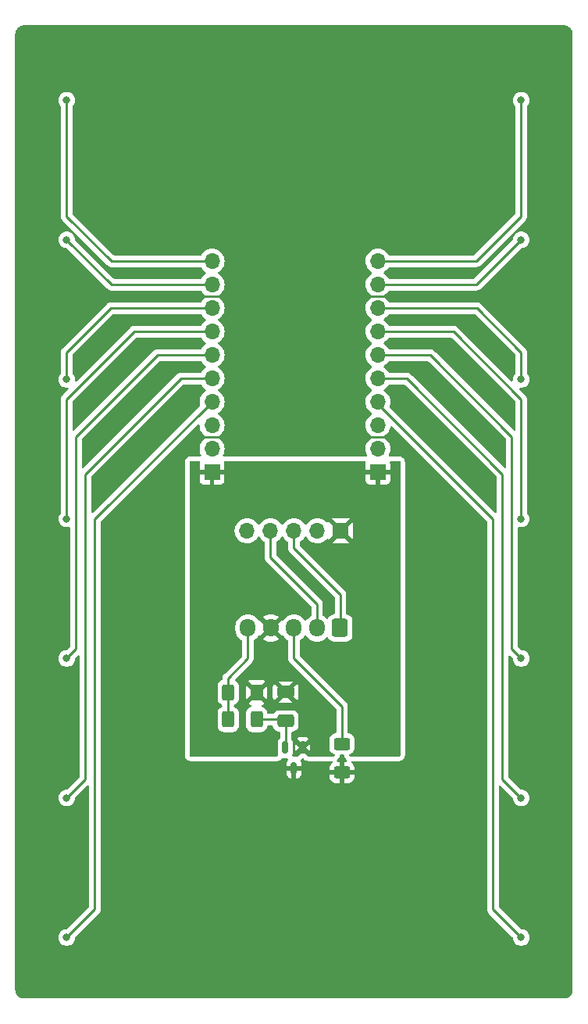
<source format=gbl>
G04 #@! TF.GenerationSoftware,KiCad,Pcbnew,7.0.10*
G04 #@! TF.CreationDate,2024-03-13T19:59:03-04:00*
G04 #@! TF.ProjectId,Alarm_lights,416c6172-6d5f-46c6-9967-6874732e6b69,1.0.1*
G04 #@! TF.SameCoordinates,Original*
G04 #@! TF.FileFunction,Copper,L2,Bot*
G04 #@! TF.FilePolarity,Positive*
%FSLAX46Y46*%
G04 Gerber Fmt 4.6, Leading zero omitted, Abs format (unit mm)*
G04 Created by KiCad (PCBNEW 7.0.10) date 2024-03-13 19:59:03*
%MOMM*%
%LPD*%
G01*
G04 APERTURE LIST*
G04 Aperture macros list*
%AMRoundRect*
0 Rectangle with rounded corners*
0 $1 Rounding radius*
0 $2 $3 $4 $5 $6 $7 $8 $9 X,Y pos of 4 corners*
0 Add a 4 corners polygon primitive as box body*
4,1,4,$2,$3,$4,$5,$6,$7,$8,$9,$2,$3,0*
0 Add four circle primitives for the rounded corners*
1,1,$1+$1,$2,$3*
1,1,$1+$1,$4,$5*
1,1,$1+$1,$6,$7*
1,1,$1+$1,$8,$9*
0 Add four rect primitives between the rounded corners*
20,1,$1+$1,$2,$3,$4,$5,0*
20,1,$1+$1,$4,$5,$6,$7,0*
20,1,$1+$1,$6,$7,$8,$9,0*
20,1,$1+$1,$8,$9,$2,$3,0*%
G04 Aperture macros list end*
G04 #@! TA.AperFunction,SMDPad,CuDef*
%ADD10RoundRect,0.250000X-0.400000X-0.625000X0.400000X-0.625000X0.400000X0.625000X-0.400000X0.625000X0*%
G04 #@! TD*
G04 #@! TA.AperFunction,ComponentPad*
%ADD11R,1.700000X1.700000*%
G04 #@! TD*
G04 #@! TA.AperFunction,ComponentPad*
%ADD12O,1.700000X1.700000*%
G04 #@! TD*
G04 #@! TA.AperFunction,SMDPad,CuDef*
%ADD13RoundRect,0.150000X-0.150000X0.512500X-0.150000X-0.512500X0.150000X-0.512500X0.150000X0.512500X0*%
G04 #@! TD*
G04 #@! TA.AperFunction,SMDPad,CuDef*
%ADD14RoundRect,0.250000X0.625000X-0.400000X0.625000X0.400000X-0.625000X0.400000X-0.625000X-0.400000X0*%
G04 #@! TD*
G04 #@! TA.AperFunction,SMDPad,CuDef*
%ADD15RoundRect,0.250000X0.650000X-0.412500X0.650000X0.412500X-0.650000X0.412500X-0.650000X-0.412500X0*%
G04 #@! TD*
G04 #@! TA.AperFunction,ComponentPad*
%ADD16RoundRect,0.250000X0.600000X0.725000X-0.600000X0.725000X-0.600000X-0.725000X0.600000X-0.725000X0*%
G04 #@! TD*
G04 #@! TA.AperFunction,ComponentPad*
%ADD17O,1.700000X1.950000*%
G04 #@! TD*
G04 #@! TA.AperFunction,SMDPad,CuDef*
%ADD18RoundRect,0.250000X0.400000X0.625000X-0.400000X0.625000X-0.400000X-0.625000X0.400000X-0.625000X0*%
G04 #@! TD*
G04 #@! TA.AperFunction,ViaPad*
%ADD19C,0.800000*%
G04 #@! TD*
G04 #@! TA.AperFunction,Conductor*
%ADD20C,0.250000*%
G04 #@! TD*
G04 APERTURE END LIST*
D10*
X51080000Y-99949000D03*
X47980000Y-99949000D03*
D11*
X60198000Y-79502000D03*
D12*
X57658000Y-79502000D03*
X55118000Y-79502000D03*
X52578000Y-79502000D03*
X50038000Y-79502000D03*
D13*
X55118000Y-105277500D03*
X56068000Y-103002500D03*
X54168000Y-103002500D03*
D14*
X60325000Y-102590000D03*
X60325000Y-105690000D03*
D11*
X46238000Y-73177000D03*
D12*
X46238000Y-70637000D03*
X46238000Y-68097000D03*
X46238000Y-65557000D03*
X46238000Y-63017000D03*
X46238000Y-60477000D03*
X46238000Y-57937000D03*
X46238000Y-55397000D03*
X46238000Y-52857000D03*
X46238000Y-50317000D03*
D15*
X54229000Y-96989500D03*
X54229000Y-100114500D03*
D16*
X60118000Y-90043000D03*
D17*
X57618000Y-90043000D03*
X55118000Y-90043000D03*
X52618000Y-90043000D03*
X50118000Y-90043000D03*
D11*
X64218000Y-73157000D03*
D12*
X64218000Y-70617000D03*
X64218000Y-68077000D03*
X64218000Y-65537000D03*
X64218000Y-62997000D03*
X64218000Y-60457000D03*
X64218000Y-57917000D03*
X64218000Y-55377000D03*
X64218000Y-52837000D03*
X64218000Y-50297000D03*
D18*
X51080000Y-97028000D03*
X47980000Y-97028000D03*
D19*
X30480000Y-48006000D03*
X30480000Y-63119000D03*
X30480000Y-78232000D03*
X30480000Y-93345000D03*
X79756000Y-32893000D03*
X79756000Y-48006000D03*
X79756000Y-63119000D03*
X79756000Y-78232000D03*
X79756000Y-93345000D03*
X79756000Y-108458000D03*
X30480000Y-32893000D03*
X79756000Y-123571000D03*
X30480000Y-123571000D03*
X30480000Y-108458000D03*
X36957000Y-97790000D03*
X26924000Y-67564000D03*
X36957000Y-128016000D03*
X83312000Y-37338000D03*
X26924000Y-37338000D03*
X73279000Y-112903000D03*
X26924000Y-52451000D03*
X83312000Y-67564000D03*
X83312000Y-52451000D03*
X73279000Y-97790000D03*
X73279000Y-82677000D03*
X36957000Y-112903000D03*
X36957000Y-82677000D03*
X73279000Y-128016000D03*
D20*
X47635000Y-54127000D02*
X44841000Y-54127000D01*
X65615000Y-54107000D02*
X62821000Y-54107000D01*
X65615000Y-69347000D02*
X62821000Y-69347000D01*
X47635000Y-69367000D02*
X44841000Y-69367000D01*
X30480000Y-123571000D02*
X33528000Y-120523000D01*
X33528000Y-120523000D02*
X33528000Y-78267000D01*
X33528000Y-78267000D02*
X46238000Y-65557000D01*
X55118000Y-90043000D02*
X55118000Y-93345000D01*
X60325000Y-102590000D02*
X60325000Y-98552000D01*
X60325000Y-98552000D02*
X55118000Y-93345000D01*
X57618000Y-90043000D02*
X57618000Y-87463000D01*
X57618000Y-87463000D02*
X52578000Y-82423000D01*
X52578000Y-82423000D02*
X52578000Y-79502000D01*
X35331000Y-52857000D02*
X46238000Y-52857000D01*
X30480000Y-48006000D02*
X35331000Y-52857000D01*
X46238000Y-55397000D02*
X35281000Y-55397000D01*
X30480000Y-60198000D02*
X30480000Y-63119000D01*
X35281000Y-55397000D02*
X30480000Y-60198000D01*
X37821000Y-57937000D02*
X46238000Y-57937000D01*
X30480000Y-65278000D02*
X37821000Y-57937000D01*
X30480000Y-78232000D02*
X30480000Y-65278000D01*
X31496000Y-69342000D02*
X40361000Y-60477000D01*
X31496000Y-92329000D02*
X31496000Y-69342000D01*
X30480000Y-93345000D02*
X31496000Y-92329000D01*
X40361000Y-60477000D02*
X46238000Y-60477000D01*
X79756000Y-45466000D02*
X74905000Y-50317000D01*
X74905000Y-50317000D02*
X63998000Y-50317000D01*
X79756000Y-32893000D02*
X79756000Y-45466000D01*
X79756000Y-48006000D02*
X74905000Y-52857000D01*
X74905000Y-52857000D02*
X63998000Y-52857000D01*
X63998000Y-55397000D02*
X74955000Y-55397000D01*
X74955000Y-55397000D02*
X79756000Y-60198000D01*
X79756000Y-60198000D02*
X79756000Y-63119000D01*
X79756000Y-78232000D02*
X79756000Y-65278000D01*
X79756000Y-65278000D02*
X72415000Y-57937000D01*
X72415000Y-57937000D02*
X63998000Y-57937000D01*
X78740000Y-92329000D02*
X78740000Y-69342000D01*
X78740000Y-69342000D02*
X69875000Y-60477000D01*
X79756000Y-93345000D02*
X78740000Y-92329000D01*
X69875000Y-60477000D02*
X63998000Y-60477000D01*
X67335000Y-63017000D02*
X63998000Y-63017000D01*
X77724000Y-73406000D02*
X67335000Y-63017000D01*
X77724000Y-106426000D02*
X77724000Y-73406000D01*
X79756000Y-108458000D02*
X77724000Y-106426000D01*
X30480000Y-45466000D02*
X35331000Y-50317000D01*
X30480000Y-32893000D02*
X30480000Y-45466000D01*
X35331000Y-50317000D02*
X46238000Y-50317000D01*
X76708000Y-120523000D02*
X76708000Y-78267000D01*
X76708000Y-78267000D02*
X63998000Y-65557000D01*
X79756000Y-123571000D02*
X76708000Y-120523000D01*
X60158000Y-86447000D02*
X55118000Y-81407000D01*
X55118000Y-81407000D02*
X55118000Y-79502000D01*
X60158000Y-90043000D02*
X60158000Y-86447000D01*
X32512000Y-73406000D02*
X42901000Y-63017000D01*
X32512000Y-106426000D02*
X32512000Y-73406000D01*
X42901000Y-63017000D02*
X46238000Y-63017000D01*
X30480000Y-108458000D02*
X32512000Y-106426000D01*
X47980000Y-97028000D02*
X47980000Y-95483000D01*
X47980000Y-95483000D02*
X50118000Y-93345000D01*
X50118000Y-90043000D02*
X50118000Y-93345000D01*
X47980000Y-99949000D02*
X47980000Y-97028000D01*
X54229000Y-100114500D02*
X54229000Y-102941500D01*
X51080000Y-99949000D02*
X54063500Y-99949000D01*
X54229000Y-102941500D02*
X54168000Y-103002500D01*
X54063500Y-99949000D02*
X54229000Y-100114500D01*
G04 #@! TA.AperFunction,Conductor*
G36*
X84365394Y-24765972D02*
G01*
X84394918Y-24768555D01*
X84519977Y-24779496D01*
X84541257Y-24783248D01*
X84658947Y-24814782D01*
X84685897Y-24822004D01*
X84706209Y-24829397D01*
X84774063Y-24861038D01*
X84841920Y-24892680D01*
X84860636Y-24903486D01*
X84983295Y-24989372D01*
X84999853Y-25003266D01*
X85105733Y-25109146D01*
X85119627Y-25125704D01*
X85205513Y-25248363D01*
X85216320Y-25267081D01*
X85279602Y-25402790D01*
X85286995Y-25423102D01*
X85325750Y-25567739D01*
X85329503Y-25589024D01*
X85343028Y-25743605D01*
X85343500Y-25754413D01*
X85343500Y-129185586D01*
X85343028Y-129196394D01*
X85329503Y-129350975D01*
X85325750Y-129372260D01*
X85286995Y-129516897D01*
X85279602Y-129537209D01*
X85216320Y-129672918D01*
X85205513Y-129691636D01*
X85119627Y-129814295D01*
X85105733Y-129830853D01*
X84999853Y-129936733D01*
X84983295Y-129950627D01*
X84860636Y-130036513D01*
X84841918Y-130047320D01*
X84706209Y-130110602D01*
X84685897Y-130117995D01*
X84541260Y-130156750D01*
X84519975Y-130160503D01*
X84365395Y-130174028D01*
X84354587Y-130174500D01*
X25881413Y-130174500D01*
X25870605Y-130174028D01*
X25716024Y-130160503D01*
X25694739Y-130156750D01*
X25550102Y-130117995D01*
X25529790Y-130110602D01*
X25394081Y-130047320D01*
X25375363Y-130036513D01*
X25252704Y-129950627D01*
X25236146Y-129936733D01*
X25130266Y-129830853D01*
X25116372Y-129814295D01*
X25030486Y-129691636D01*
X25019679Y-129672918D01*
X24956397Y-129537209D01*
X24949004Y-129516897D01*
X24910249Y-129372260D01*
X24906496Y-129350974D01*
X24892972Y-129196393D01*
X24892500Y-129185586D01*
X24892500Y-123571000D01*
X29574540Y-123571000D01*
X29594326Y-123759256D01*
X29594327Y-123759259D01*
X29652818Y-123939277D01*
X29652821Y-123939284D01*
X29747467Y-124103216D01*
X29874129Y-124243888D01*
X30027265Y-124355148D01*
X30027270Y-124355151D01*
X30200192Y-124432142D01*
X30200197Y-124432144D01*
X30385354Y-124471500D01*
X30385355Y-124471500D01*
X30574644Y-124471500D01*
X30574646Y-124471500D01*
X30759803Y-124432144D01*
X30932730Y-124355151D01*
X31085871Y-124243888D01*
X31212533Y-124103216D01*
X31307179Y-123939284D01*
X31365674Y-123759256D01*
X31383321Y-123591344D01*
X31409904Y-123526734D01*
X31418951Y-123516638D01*
X33911788Y-121023801D01*
X33924042Y-121013986D01*
X33923859Y-121013764D01*
X33929868Y-121008791D01*
X33929877Y-121008786D01*
X33975949Y-120959722D01*
X33978566Y-120957023D01*
X33998120Y-120937471D01*
X34000576Y-120934303D01*
X34008156Y-120925427D01*
X34038062Y-120893582D01*
X34047715Y-120876020D01*
X34058389Y-120859770D01*
X34070673Y-120843936D01*
X34088019Y-120803850D01*
X34093157Y-120793362D01*
X34114196Y-120755093D01*
X34114197Y-120755092D01*
X34119177Y-120735691D01*
X34125478Y-120717288D01*
X34133438Y-120698896D01*
X34140272Y-120655741D01*
X34142635Y-120644331D01*
X34153500Y-120602019D01*
X34153500Y-120581983D01*
X34155027Y-120562582D01*
X34155064Y-120562350D01*
X34158160Y-120542804D01*
X34154050Y-120499324D01*
X34153500Y-120487655D01*
X34153500Y-105527500D01*
X54318000Y-105527500D01*
X54318000Y-105855649D01*
X54320899Y-105892489D01*
X54320900Y-105892495D01*
X54366716Y-106050193D01*
X54366717Y-106050196D01*
X54450314Y-106191552D01*
X54450321Y-106191561D01*
X54566438Y-106307678D01*
X54566447Y-106307685D01*
X54707801Y-106391281D01*
X54865514Y-106437100D01*
X54865511Y-106437100D01*
X54867998Y-106437295D01*
X54868000Y-106437295D01*
X54868000Y-105527500D01*
X55368000Y-105527500D01*
X55368000Y-106437295D01*
X55368001Y-106437295D01*
X55370486Y-106437100D01*
X55528198Y-106391281D01*
X55669552Y-106307685D01*
X55669561Y-106307678D01*
X55785678Y-106191561D01*
X55785685Y-106191552D01*
X55869282Y-106050196D01*
X55869283Y-106050193D01*
X55901297Y-105940000D01*
X58950001Y-105940000D01*
X58950001Y-106139986D01*
X58960494Y-106242697D01*
X59015641Y-106409119D01*
X59015643Y-106409124D01*
X59107684Y-106558345D01*
X59231654Y-106682315D01*
X59380875Y-106774356D01*
X59380880Y-106774358D01*
X59547302Y-106829505D01*
X59547309Y-106829506D01*
X59650019Y-106839999D01*
X60074999Y-106839999D01*
X60075000Y-106839998D01*
X60075000Y-105940000D01*
X60575000Y-105940000D01*
X60575000Y-106839999D01*
X60999972Y-106839999D01*
X60999986Y-106839998D01*
X61102697Y-106829505D01*
X61269119Y-106774358D01*
X61269124Y-106774356D01*
X61418345Y-106682315D01*
X61542315Y-106558345D01*
X61634356Y-106409124D01*
X61634358Y-106409119D01*
X61689505Y-106242697D01*
X61689506Y-106242690D01*
X61699999Y-106139986D01*
X61700000Y-106139973D01*
X61700000Y-105940000D01*
X60575000Y-105940000D01*
X60075000Y-105940000D01*
X58950001Y-105940000D01*
X55901297Y-105940000D01*
X55915099Y-105892495D01*
X55915100Y-105892489D01*
X55917999Y-105855649D01*
X55918000Y-105855634D01*
X55918000Y-105527500D01*
X55368000Y-105527500D01*
X54868000Y-105527500D01*
X54318000Y-105527500D01*
X34153500Y-105527500D01*
X34153500Y-78577452D01*
X34173185Y-78510413D01*
X34189819Y-78489771D01*
X44670660Y-68008930D01*
X44731983Y-67975445D01*
X44801675Y-67980429D01*
X44857608Y-68022301D01*
X44882025Y-68087765D01*
X44882341Y-68096611D01*
X44882341Y-68097000D01*
X44902936Y-68332403D01*
X44902938Y-68332413D01*
X44964094Y-68560655D01*
X44964096Y-68560659D01*
X44964097Y-68560663D01*
X45014948Y-68669712D01*
X45063965Y-68774830D01*
X45063967Y-68774834D01*
X45199501Y-68968395D01*
X45199506Y-68968402D01*
X45366597Y-69135493D01*
X45366603Y-69135498D01*
X45552158Y-69265425D01*
X45595783Y-69320002D01*
X45602977Y-69389500D01*
X45571454Y-69451855D01*
X45552158Y-69468575D01*
X45366597Y-69598505D01*
X45199505Y-69765597D01*
X45063965Y-69959169D01*
X45063964Y-69959171D01*
X44964098Y-70173335D01*
X44964094Y-70173344D01*
X44902938Y-70401586D01*
X44902936Y-70401596D01*
X44882341Y-70636999D01*
X44882341Y-70637000D01*
X44902936Y-70872403D01*
X44902938Y-70872413D01*
X44964094Y-71100655D01*
X44964096Y-71100659D01*
X44964097Y-71100663D01*
X45044574Y-71273245D01*
X45045999Y-71276301D01*
X45056491Y-71345379D01*
X45027971Y-71409163D01*
X44969495Y-71447402D01*
X44915971Y-71451444D01*
X44818984Y-71437500D01*
X44818983Y-71437500D01*
X43918000Y-71437500D01*
X43917991Y-71437500D01*
X43917990Y-71437501D01*
X43810549Y-71449052D01*
X43810537Y-71449054D01*
X43759027Y-71460260D01*
X43656502Y-71494383D01*
X43656496Y-71494386D01*
X43535462Y-71572171D01*
X43535451Y-71572179D01*
X43482659Y-71617923D01*
X43388433Y-71726664D01*
X43388430Y-71726668D01*
X43328664Y-71857534D01*
X43308976Y-71924582D01*
X43303949Y-71959549D01*
X43288500Y-72067000D01*
X43288500Y-73912500D01*
X43288500Y-73932500D01*
X43288500Y-100598260D01*
X43288500Y-103823000D01*
X43288501Y-103823009D01*
X43300052Y-103930450D01*
X43300054Y-103930462D01*
X43311260Y-103981972D01*
X43345383Y-104084497D01*
X43345386Y-104084503D01*
X43423171Y-104205537D01*
X43423179Y-104205548D01*
X43468923Y-104258340D01*
X43468926Y-104258343D01*
X43468930Y-104258347D01*
X43577664Y-104352567D01*
X43577667Y-104352568D01*
X43577668Y-104352569D01*
X43677918Y-104398353D01*
X43708541Y-104412338D01*
X43775580Y-104432023D01*
X43775584Y-104432024D01*
X43918000Y-104452500D01*
X43918003Y-104452500D01*
X53301734Y-104452500D01*
X53301743Y-104452500D01*
X53368687Y-104448048D01*
X53401245Y-104443698D01*
X53467026Y-104430415D01*
X53599069Y-104373264D01*
X53653960Y-104339513D01*
X53655796Y-104338492D01*
X53658570Y-104336679D01*
X53658588Y-104336668D01*
X53658590Y-104336667D01*
X53769182Y-104244629D01*
X53788904Y-104215243D01*
X53842607Y-104170548D01*
X53909095Y-104162334D01*
X53909114Y-104162101D01*
X53910257Y-104162191D01*
X53911950Y-104161982D01*
X53914150Y-104162364D01*
X53915431Y-104162598D01*
X53952306Y-104165500D01*
X53952314Y-104165500D01*
X54350742Y-104165500D01*
X54417781Y-104185185D01*
X54463536Y-104237989D01*
X54473480Y-104307147D01*
X54452814Y-104355857D01*
X54454288Y-104356729D01*
X54366717Y-104504803D01*
X54366716Y-104504806D01*
X54320900Y-104662504D01*
X54320899Y-104662510D01*
X54318000Y-104699350D01*
X54318000Y-105027500D01*
X55918000Y-105027500D01*
X55918000Y-104699365D01*
X55917999Y-104699350D01*
X55915100Y-104662510D01*
X55915099Y-104662504D01*
X55869283Y-104504806D01*
X55869282Y-104504803D01*
X55830858Y-104439830D01*
X55813675Y-104372105D01*
X55835835Y-104305843D01*
X55849909Y-104289028D01*
X55937118Y-104201819D01*
X55998441Y-104168334D01*
X56024799Y-104165500D01*
X56111201Y-104165500D01*
X56178240Y-104185185D01*
X56198882Y-104201819D01*
X56301505Y-104304442D01*
X56385653Y-104372254D01*
X56404949Y-104381066D01*
X56516527Y-104432023D01*
X56516530Y-104432023D01*
X56516531Y-104432024D01*
X56658947Y-104452500D01*
X56658950Y-104452500D01*
X59191923Y-104452500D01*
X59258962Y-104472185D01*
X59304717Y-104524989D01*
X59314661Y-104594147D01*
X59285636Y-104657703D01*
X59257019Y-104682039D01*
X59231656Y-104697682D01*
X59107684Y-104821654D01*
X59015643Y-104970875D01*
X59015641Y-104970880D01*
X58960494Y-105137302D01*
X58960493Y-105137309D01*
X58950000Y-105240013D01*
X58950000Y-105440000D01*
X60075000Y-105440000D01*
X60075000Y-104540000D01*
X59888460Y-104540000D01*
X59821421Y-104520315D01*
X59775666Y-104467511D01*
X59765722Y-104398353D01*
X59794747Y-104334797D01*
X59810518Y-104319558D01*
X59867487Y-104273527D01*
X59915030Y-104222327D01*
X59996932Y-104104033D01*
X60042189Y-103967456D01*
X60054504Y-103898680D01*
X60054504Y-103898677D01*
X60054504Y-103898668D01*
X60054549Y-103898171D01*
X60054577Y-103896555D01*
X60055239Y-103877297D01*
X60055826Y-103860236D01*
X60077803Y-103793914D01*
X60132149Y-103750001D01*
X60179753Y-103740499D01*
X60469263Y-103740499D01*
X60536302Y-103760184D01*
X60582057Y-103812988D01*
X60593262Y-103864498D01*
X60593263Y-103877297D01*
X60603207Y-103946455D01*
X60603208Y-103946460D01*
X60603209Y-103946463D01*
X60643741Y-104084501D01*
X60643744Y-104084507D01*
X60721526Y-104205537D01*
X60721534Y-104205548D01*
X60767278Y-104258340D01*
X60767281Y-104258343D01*
X60767285Y-104258347D01*
X60835929Y-104317828D01*
X60841076Y-104322288D01*
X60878849Y-104381066D01*
X60878849Y-104450936D01*
X60841074Y-104509714D01*
X60777518Y-104538738D01*
X60759872Y-104540000D01*
X60575000Y-104540000D01*
X60575000Y-105440000D01*
X61699999Y-105440000D01*
X61699999Y-105240028D01*
X61699998Y-105240013D01*
X61689505Y-105137302D01*
X61634358Y-104970880D01*
X61634356Y-104970875D01*
X61542315Y-104821654D01*
X61418343Y-104697682D01*
X61392981Y-104682039D01*
X61346256Y-104630091D01*
X61335033Y-104561129D01*
X61362877Y-104497046D01*
X61420945Y-104458190D01*
X61458077Y-104452500D01*
X66529990Y-104452500D01*
X66530000Y-104452500D01*
X66637456Y-104440947D01*
X66688967Y-104429741D01*
X66727373Y-104416958D01*
X66791497Y-104395616D01*
X66791501Y-104395613D01*
X66791504Y-104395613D01*
X66912543Y-104317825D01*
X66965347Y-104272070D01*
X67059567Y-104163336D01*
X67119338Y-104032459D01*
X67139023Y-103965420D01*
X67139024Y-103965416D01*
X67159500Y-103823000D01*
X67159500Y-72067000D01*
X67147947Y-71959544D01*
X67136741Y-71908033D01*
X67136637Y-71907722D01*
X67102616Y-71805502D01*
X67102613Y-71805496D01*
X67024828Y-71684462D01*
X67024825Y-71684457D01*
X67024820Y-71684451D01*
X66979076Y-71631659D01*
X66979072Y-71631656D01*
X66979070Y-71631653D01*
X66870336Y-71537433D01*
X66870333Y-71537431D01*
X66870331Y-71537430D01*
X66739465Y-71477664D01*
X66739460Y-71477662D01*
X66739459Y-71477662D01*
X66672420Y-71457977D01*
X66672422Y-71457977D01*
X66672417Y-71457976D01*
X66610347Y-71449052D01*
X66530000Y-71437500D01*
X65644477Y-71437500D01*
X65644475Y-71437500D01*
X65590451Y-71440396D01*
X65590444Y-71440396D01*
X65590435Y-71440397D01*
X65590429Y-71440397D01*
X65590397Y-71440400D01*
X65564090Y-71443229D01*
X65564078Y-71443231D01*
X65534313Y-71448053D01*
X65464990Y-71439345D01*
X65411378Y-71394539D01*
X65390501Y-71327862D01*
X65402097Y-71273250D01*
X65491903Y-71080663D01*
X65553063Y-70852408D01*
X65573659Y-70617000D01*
X65553063Y-70381592D01*
X65491903Y-70153337D01*
X65392035Y-69939171D01*
X65256495Y-69745599D01*
X65256494Y-69745597D01*
X65089402Y-69578506D01*
X65089396Y-69578501D01*
X64903842Y-69448575D01*
X64860217Y-69393998D01*
X64853023Y-69324500D01*
X64884546Y-69262145D01*
X64903842Y-69245425D01*
X64926026Y-69229891D01*
X65089401Y-69115495D01*
X65256495Y-68948401D01*
X65392035Y-68754830D01*
X65491903Y-68540663D01*
X65553063Y-68312408D01*
X65555289Y-68286961D01*
X65580741Y-68221893D01*
X65637332Y-68180915D01*
X65707094Y-68177036D01*
X65766498Y-68210088D01*
X76046181Y-78489771D01*
X76079666Y-78551094D01*
X76082500Y-78577452D01*
X76082500Y-120440255D01*
X76080775Y-120455872D01*
X76081061Y-120455899D01*
X76080326Y-120463665D01*
X76082439Y-120530872D01*
X76082500Y-120534767D01*
X76082500Y-120562357D01*
X76083003Y-120566335D01*
X76083918Y-120577967D01*
X76085290Y-120621624D01*
X76085291Y-120621627D01*
X76090880Y-120640867D01*
X76094824Y-120659911D01*
X76097336Y-120679792D01*
X76113414Y-120720403D01*
X76117197Y-120731452D01*
X76129381Y-120773388D01*
X76139580Y-120790634D01*
X76148138Y-120808103D01*
X76155514Y-120826732D01*
X76181181Y-120862060D01*
X76187593Y-120871821D01*
X76209828Y-120909417D01*
X76209833Y-120909424D01*
X76223990Y-120923580D01*
X76236628Y-120938376D01*
X76248405Y-120954586D01*
X76248406Y-120954587D01*
X76282057Y-120982425D01*
X76290698Y-120990288D01*
X78817038Y-123516629D01*
X78850523Y-123577952D01*
X78852678Y-123591348D01*
X78860968Y-123670227D01*
X78870326Y-123759256D01*
X78870327Y-123759259D01*
X78928818Y-123939277D01*
X78928821Y-123939284D01*
X79023467Y-124103216D01*
X79150129Y-124243888D01*
X79303265Y-124355148D01*
X79303270Y-124355151D01*
X79476192Y-124432142D01*
X79476197Y-124432144D01*
X79661354Y-124471500D01*
X79661355Y-124471500D01*
X79850644Y-124471500D01*
X79850646Y-124471500D01*
X80035803Y-124432144D01*
X80208730Y-124355151D01*
X80361871Y-124243888D01*
X80488533Y-124103216D01*
X80583179Y-123939284D01*
X80641674Y-123759256D01*
X80661460Y-123571000D01*
X80641674Y-123382744D01*
X80583179Y-123202716D01*
X80488533Y-123038784D01*
X80361871Y-122898112D01*
X80361870Y-122898111D01*
X80208734Y-122786851D01*
X80208729Y-122786848D01*
X80035807Y-122709857D01*
X80035802Y-122709855D01*
X79890001Y-122678865D01*
X79850646Y-122670500D01*
X79850645Y-122670500D01*
X79791452Y-122670500D01*
X79724413Y-122650815D01*
X79703771Y-122634181D01*
X77369819Y-120300228D01*
X77336334Y-120238905D01*
X77333500Y-120212547D01*
X77333500Y-107219452D01*
X77353185Y-107152413D01*
X77405989Y-107106658D01*
X77475147Y-107096714D01*
X77538703Y-107125739D01*
X77545181Y-107131771D01*
X78817038Y-108403629D01*
X78850523Y-108464952D01*
X78852678Y-108478348D01*
X78860968Y-108557227D01*
X78870326Y-108646256D01*
X78870327Y-108646259D01*
X78928818Y-108826277D01*
X78928821Y-108826284D01*
X79023467Y-108990216D01*
X79150129Y-109130888D01*
X79303265Y-109242148D01*
X79303270Y-109242151D01*
X79476192Y-109319142D01*
X79476197Y-109319144D01*
X79661354Y-109358500D01*
X79661355Y-109358500D01*
X79850644Y-109358500D01*
X79850646Y-109358500D01*
X80035803Y-109319144D01*
X80208730Y-109242151D01*
X80361871Y-109130888D01*
X80488533Y-108990216D01*
X80583179Y-108826284D01*
X80641674Y-108646256D01*
X80661460Y-108458000D01*
X80641674Y-108269744D01*
X80583179Y-108089716D01*
X80488533Y-107925784D01*
X80361871Y-107785112D01*
X80361870Y-107785111D01*
X80208734Y-107673851D01*
X80208729Y-107673848D01*
X80035807Y-107596857D01*
X80035802Y-107596855D01*
X79890001Y-107565865D01*
X79850646Y-107557500D01*
X79850645Y-107557500D01*
X79791452Y-107557500D01*
X79724413Y-107537815D01*
X79703771Y-107521181D01*
X78385819Y-106203228D01*
X78352334Y-106141905D01*
X78349500Y-106115547D01*
X78349500Y-93122452D01*
X78369185Y-93055413D01*
X78421989Y-93009658D01*
X78491147Y-92999714D01*
X78554703Y-93028739D01*
X78561174Y-93034765D01*
X78780304Y-93253895D01*
X78817038Y-93290629D01*
X78850523Y-93351952D01*
X78852678Y-93365348D01*
X78860968Y-93444227D01*
X78870326Y-93533256D01*
X78870327Y-93533259D01*
X78928818Y-93713277D01*
X78928821Y-93713284D01*
X79023467Y-93877216D01*
X79150129Y-94017888D01*
X79303265Y-94129148D01*
X79303270Y-94129151D01*
X79476192Y-94206142D01*
X79476197Y-94206144D01*
X79661354Y-94245500D01*
X79661355Y-94245500D01*
X79850644Y-94245500D01*
X79850646Y-94245500D01*
X80035803Y-94206144D01*
X80208730Y-94129151D01*
X80361871Y-94017888D01*
X80488533Y-93877216D01*
X80583179Y-93713284D01*
X80641674Y-93533256D01*
X80661460Y-93345000D01*
X80641674Y-93156744D01*
X80583179Y-92976716D01*
X80488533Y-92812784D01*
X80361871Y-92672112D01*
X80361870Y-92672111D01*
X80208734Y-92560851D01*
X80208729Y-92560848D01*
X80035807Y-92483857D01*
X80035802Y-92483855D01*
X79890001Y-92452865D01*
X79850646Y-92444500D01*
X79850645Y-92444500D01*
X79791452Y-92444500D01*
X79724413Y-92424815D01*
X79703771Y-92408181D01*
X79401819Y-92106228D01*
X79368334Y-92044905D01*
X79365500Y-92018547D01*
X79365500Y-79222741D01*
X79385185Y-79155702D01*
X79437989Y-79109947D01*
X79507147Y-79100003D01*
X79515266Y-79101448D01*
X79661354Y-79132500D01*
X79661355Y-79132500D01*
X79850644Y-79132500D01*
X79850646Y-79132500D01*
X80035803Y-79093144D01*
X80208730Y-79016151D01*
X80361871Y-78904888D01*
X80488533Y-78764216D01*
X80583179Y-78600284D01*
X80641674Y-78420256D01*
X80661460Y-78232000D01*
X80641674Y-78043744D01*
X80583179Y-77863716D01*
X80488533Y-77699784D01*
X80413350Y-77616284D01*
X80383120Y-77553292D01*
X80381500Y-77533312D01*
X80381500Y-65360742D01*
X80383224Y-65345122D01*
X80382939Y-65345095D01*
X80383673Y-65337333D01*
X80381561Y-65270112D01*
X80381500Y-65266218D01*
X80381500Y-65238656D01*
X80381500Y-65238650D01*
X80380996Y-65234668D01*
X80380081Y-65223029D01*
X80379955Y-65219016D01*
X80378710Y-65179373D01*
X80373119Y-65160130D01*
X80369173Y-65141078D01*
X80366664Y-65121208D01*
X80350579Y-65080583D01*
X80346806Y-65069562D01*
X80334618Y-65027610D01*
X80334617Y-65027609D01*
X80334617Y-65027607D01*
X80334616Y-65027606D01*
X80324423Y-65010371D01*
X80315861Y-64992894D01*
X80308487Y-64974269D01*
X80295989Y-64957068D01*
X80282811Y-64938930D01*
X80276405Y-64929177D01*
X80254170Y-64891580D01*
X80254168Y-64891578D01*
X80254165Y-64891574D01*
X80240006Y-64877415D01*
X80227368Y-64862619D01*
X80224863Y-64859171D01*
X80215594Y-64846413D01*
X80211027Y-64842635D01*
X80181940Y-64818572D01*
X80173299Y-64810709D01*
X79593772Y-64231181D01*
X79560287Y-64169858D01*
X79565271Y-64100166D01*
X79607143Y-64044233D01*
X79672607Y-64019816D01*
X79681453Y-64019500D01*
X79850644Y-64019500D01*
X79850646Y-64019500D01*
X80035803Y-63980144D01*
X80208730Y-63903151D01*
X80361871Y-63791888D01*
X80488533Y-63651216D01*
X80583179Y-63487284D01*
X80641674Y-63307256D01*
X80661460Y-63119000D01*
X80641674Y-62930744D01*
X80583179Y-62750716D01*
X80488533Y-62586784D01*
X80413350Y-62503284D01*
X80383120Y-62440292D01*
X80381500Y-62420312D01*
X80381500Y-60280737D01*
X80383224Y-60265123D01*
X80382938Y-60265096D01*
X80383672Y-60257333D01*
X80381561Y-60190144D01*
X80381500Y-60186250D01*
X80381500Y-60158651D01*
X80381500Y-60158650D01*
X80380997Y-60154670D01*
X80380080Y-60143021D01*
X80378709Y-60099373D01*
X80373121Y-60080139D01*
X80369174Y-60061081D01*
X80368999Y-60059696D01*
X80366664Y-60041208D01*
X80361870Y-60029099D01*
X80350583Y-60000592D01*
X80346799Y-59989539D01*
X80338872Y-59962257D01*
X80334617Y-59947610D01*
X80324420Y-59930368D01*
X80315863Y-59912902D01*
X80308486Y-59894268D01*
X80282809Y-59858926D01*
X80276412Y-59849190D01*
X80254170Y-59811579D01*
X80254167Y-59811576D01*
X80254165Y-59811573D01*
X80240005Y-59797413D01*
X80227370Y-59782620D01*
X80215593Y-59766412D01*
X80181945Y-59738576D01*
X80173304Y-59730713D01*
X75455803Y-55013212D01*
X75445980Y-55000950D01*
X75445759Y-55001134D01*
X75440786Y-54995122D01*
X75391776Y-54949099D01*
X75388977Y-54946386D01*
X75369477Y-54926885D01*
X75369471Y-54926880D01*
X75366286Y-54924409D01*
X75357434Y-54916848D01*
X75325582Y-54886938D01*
X75325580Y-54886936D01*
X75325577Y-54886935D01*
X75308029Y-54877288D01*
X75291763Y-54866604D01*
X75275932Y-54854324D01*
X75235849Y-54836978D01*
X75225363Y-54831841D01*
X75187094Y-54810803D01*
X75187092Y-54810802D01*
X75167693Y-54805822D01*
X75149281Y-54799518D01*
X75130898Y-54791562D01*
X75130892Y-54791560D01*
X75087760Y-54784729D01*
X75076322Y-54782361D01*
X75034020Y-54771500D01*
X75034019Y-54771500D01*
X75013984Y-54771500D01*
X74994586Y-54769973D01*
X74987162Y-54768797D01*
X74974805Y-54766840D01*
X74974804Y-54766840D01*
X74931325Y-54770950D01*
X74919656Y-54771500D01*
X65504759Y-54771500D01*
X65437720Y-54751815D01*
X65395469Y-54703441D01*
X65394743Y-54703861D01*
X65392612Y-54700171D01*
X65392374Y-54699898D01*
X65392035Y-54699171D01*
X65256495Y-54505599D01*
X65256494Y-54505597D01*
X65089402Y-54338506D01*
X65089396Y-54338501D01*
X64903842Y-54208575D01*
X64860217Y-54153998D01*
X64853023Y-54084500D01*
X64884546Y-54022145D01*
X64903842Y-54005425D01*
X64926026Y-53989891D01*
X65089401Y-53875495D01*
X65256495Y-53708401D01*
X65377648Y-53535377D01*
X65432225Y-53491752D01*
X65479223Y-53482500D01*
X74822257Y-53482500D01*
X74837877Y-53484224D01*
X74837904Y-53483939D01*
X74845660Y-53484671D01*
X74845667Y-53484673D01*
X74912873Y-53482561D01*
X74916768Y-53482500D01*
X74944346Y-53482500D01*
X74944350Y-53482500D01*
X74948324Y-53481997D01*
X74959963Y-53481080D01*
X75003627Y-53479709D01*
X75022869Y-53474117D01*
X75041912Y-53470174D01*
X75061792Y-53467664D01*
X75102401Y-53451585D01*
X75113444Y-53447803D01*
X75155390Y-53435618D01*
X75172629Y-53425422D01*
X75190103Y-53416862D01*
X75208727Y-53409488D01*
X75208727Y-53409487D01*
X75208732Y-53409486D01*
X75244083Y-53383800D01*
X75253814Y-53377408D01*
X75291420Y-53355170D01*
X75305589Y-53340999D01*
X75320379Y-53328368D01*
X75336587Y-53316594D01*
X75364438Y-53282926D01*
X75372279Y-53274309D01*
X79703772Y-48942819D01*
X79765095Y-48909334D01*
X79791453Y-48906500D01*
X79850644Y-48906500D01*
X79850646Y-48906500D01*
X80035803Y-48867144D01*
X80208730Y-48790151D01*
X80361871Y-48678888D01*
X80488533Y-48538216D01*
X80583179Y-48374284D01*
X80641674Y-48194256D01*
X80661460Y-48006000D01*
X80641674Y-47817744D01*
X80583179Y-47637716D01*
X80488533Y-47473784D01*
X80361871Y-47333112D01*
X80361870Y-47333111D01*
X80208734Y-47221851D01*
X80208729Y-47221848D01*
X80035807Y-47144857D01*
X80035802Y-47144855D01*
X79890001Y-47113865D01*
X79850646Y-47105500D01*
X79661354Y-47105500D01*
X79628897Y-47112398D01*
X79476197Y-47144855D01*
X79476192Y-47144857D01*
X79303270Y-47221848D01*
X79303265Y-47221851D01*
X79150129Y-47333111D01*
X79023466Y-47473785D01*
X78928821Y-47637715D01*
X78928818Y-47637722D01*
X78870327Y-47817740D01*
X78870326Y-47817744D01*
X78862405Y-47893105D01*
X78852678Y-47985651D01*
X78826093Y-48050266D01*
X78817038Y-48060370D01*
X74682228Y-52195181D01*
X74620905Y-52228666D01*
X74594547Y-52231500D01*
X65504759Y-52231500D01*
X65437720Y-52211815D01*
X65395469Y-52163441D01*
X65394743Y-52163861D01*
X65392612Y-52160171D01*
X65392374Y-52159898D01*
X65392035Y-52159171D01*
X65256495Y-51965599D01*
X65256494Y-51965597D01*
X65089402Y-51798506D01*
X65089396Y-51798501D01*
X64903842Y-51668575D01*
X64860217Y-51613998D01*
X64853023Y-51544500D01*
X64884546Y-51482145D01*
X64903842Y-51465425D01*
X64926026Y-51449891D01*
X65089401Y-51335495D01*
X65256495Y-51168401D01*
X65377648Y-50995377D01*
X65432225Y-50951752D01*
X65479223Y-50942500D01*
X74822257Y-50942500D01*
X74837877Y-50944224D01*
X74837904Y-50943939D01*
X74845660Y-50944671D01*
X74845667Y-50944673D01*
X74912873Y-50942561D01*
X74916768Y-50942500D01*
X74944346Y-50942500D01*
X74944350Y-50942500D01*
X74948324Y-50941997D01*
X74959963Y-50941080D01*
X75003627Y-50939709D01*
X75022869Y-50934117D01*
X75041912Y-50930174D01*
X75061792Y-50927664D01*
X75102401Y-50911585D01*
X75113444Y-50907803D01*
X75155390Y-50895618D01*
X75172629Y-50885422D01*
X75190103Y-50876862D01*
X75208727Y-50869488D01*
X75208727Y-50869487D01*
X75208732Y-50869486D01*
X75244083Y-50843800D01*
X75253814Y-50837408D01*
X75291420Y-50815170D01*
X75305589Y-50800999D01*
X75320379Y-50788368D01*
X75336587Y-50776594D01*
X75364438Y-50742926D01*
X75372279Y-50734309D01*
X80139788Y-45966801D01*
X80152042Y-45956986D01*
X80151859Y-45956764D01*
X80157868Y-45951791D01*
X80157877Y-45951786D01*
X80203949Y-45902722D01*
X80206566Y-45900023D01*
X80226120Y-45880471D01*
X80228576Y-45877303D01*
X80236156Y-45868427D01*
X80266062Y-45836582D01*
X80275715Y-45819020D01*
X80286389Y-45802770D01*
X80298673Y-45786936D01*
X80316019Y-45746850D01*
X80321157Y-45736362D01*
X80342196Y-45698093D01*
X80342197Y-45698092D01*
X80347177Y-45678691D01*
X80353478Y-45660288D01*
X80361438Y-45641896D01*
X80368272Y-45598741D01*
X80370635Y-45587331D01*
X80381500Y-45545019D01*
X80381500Y-45524983D01*
X80383027Y-45505582D01*
X80383064Y-45505350D01*
X80386160Y-45485804D01*
X80382050Y-45442324D01*
X80381500Y-45430655D01*
X80381500Y-33591687D01*
X80401185Y-33524648D01*
X80413350Y-33508715D01*
X80431891Y-33488122D01*
X80488533Y-33425216D01*
X80583179Y-33261284D01*
X80641674Y-33081256D01*
X80661460Y-32893000D01*
X80641674Y-32704744D01*
X80583179Y-32524716D01*
X80488533Y-32360784D01*
X80361871Y-32220112D01*
X80361870Y-32220111D01*
X80208734Y-32108851D01*
X80208729Y-32108848D01*
X80035807Y-32031857D01*
X80035802Y-32031855D01*
X79890001Y-32000865D01*
X79850646Y-31992500D01*
X79661354Y-31992500D01*
X79628897Y-31999398D01*
X79476197Y-32031855D01*
X79476192Y-32031857D01*
X79303270Y-32108848D01*
X79303265Y-32108851D01*
X79150129Y-32220111D01*
X79023466Y-32360785D01*
X78928821Y-32524715D01*
X78928818Y-32524722D01*
X78870327Y-32704740D01*
X78870326Y-32704744D01*
X78850540Y-32893000D01*
X78870326Y-33081256D01*
X78870327Y-33081259D01*
X78928818Y-33261277D01*
X78928821Y-33261284D01*
X79023467Y-33425216D01*
X79066772Y-33473310D01*
X79098650Y-33508715D01*
X79128880Y-33571706D01*
X79130500Y-33591687D01*
X79130500Y-45155547D01*
X79110815Y-45222586D01*
X79094181Y-45243228D01*
X74682228Y-49655181D01*
X74620905Y-49688666D01*
X74594547Y-49691500D01*
X65504759Y-49691500D01*
X65437720Y-49671815D01*
X65395469Y-49623441D01*
X65394743Y-49623861D01*
X65392612Y-49620171D01*
X65392374Y-49619898D01*
X65392035Y-49619171D01*
X65256495Y-49425599D01*
X65256494Y-49425597D01*
X65089402Y-49258506D01*
X65089395Y-49258501D01*
X64895834Y-49122967D01*
X64895830Y-49122965D01*
X64895828Y-49122964D01*
X64681663Y-49023097D01*
X64681659Y-49023096D01*
X64681655Y-49023094D01*
X64453413Y-48961938D01*
X64453403Y-48961936D01*
X64218001Y-48941341D01*
X64217999Y-48941341D01*
X63982596Y-48961936D01*
X63982586Y-48961938D01*
X63754344Y-49023094D01*
X63754335Y-49023098D01*
X63540171Y-49122964D01*
X63540169Y-49122965D01*
X63346597Y-49258505D01*
X63179505Y-49425597D01*
X63043965Y-49619169D01*
X63043964Y-49619171D01*
X62944098Y-49833335D01*
X62944094Y-49833344D01*
X62882938Y-50061586D01*
X62882936Y-50061596D01*
X62862341Y-50296999D01*
X62862341Y-50297000D01*
X62882936Y-50532403D01*
X62882938Y-50532413D01*
X62944094Y-50760655D01*
X62944096Y-50760659D01*
X62944097Y-50760663D01*
X63027588Y-50939709D01*
X63043965Y-50974830D01*
X63043967Y-50974834D01*
X63152281Y-51129521D01*
X63179501Y-51168396D01*
X63179506Y-51168402D01*
X63346597Y-51335493D01*
X63346603Y-51335498D01*
X63532158Y-51465425D01*
X63575783Y-51520002D01*
X63582977Y-51589500D01*
X63551454Y-51651855D01*
X63532158Y-51668575D01*
X63346597Y-51798505D01*
X63179505Y-51965597D01*
X63043965Y-52159169D01*
X63043964Y-52159171D01*
X62944098Y-52373335D01*
X62944094Y-52373344D01*
X62882938Y-52601586D01*
X62882936Y-52601596D01*
X62862341Y-52836999D01*
X62862341Y-52837000D01*
X62882936Y-53072403D01*
X62882938Y-53072413D01*
X62944094Y-53300655D01*
X62944096Y-53300659D01*
X62944097Y-53300663D01*
X63027588Y-53479709D01*
X63043965Y-53514830D01*
X63043967Y-53514834D01*
X63152281Y-53669521D01*
X63179501Y-53708396D01*
X63179506Y-53708402D01*
X63346597Y-53875493D01*
X63346603Y-53875498D01*
X63532158Y-54005425D01*
X63575783Y-54060002D01*
X63582977Y-54129500D01*
X63551454Y-54191855D01*
X63532158Y-54208575D01*
X63346597Y-54338505D01*
X63179505Y-54505597D01*
X63043965Y-54699169D01*
X63043964Y-54699171D01*
X62944098Y-54913335D01*
X62944094Y-54913344D01*
X62882938Y-55141586D01*
X62882936Y-55141596D01*
X62862341Y-55376999D01*
X62862341Y-55377000D01*
X62882936Y-55612403D01*
X62882938Y-55612413D01*
X62944094Y-55840655D01*
X62944096Y-55840659D01*
X62944097Y-55840663D01*
X62953424Y-55860664D01*
X63043965Y-56054830D01*
X63043967Y-56054834D01*
X63152281Y-56209521D01*
X63179501Y-56248396D01*
X63179506Y-56248402D01*
X63346597Y-56415493D01*
X63346603Y-56415498D01*
X63532158Y-56545425D01*
X63575783Y-56600002D01*
X63582977Y-56669500D01*
X63551454Y-56731855D01*
X63532158Y-56748575D01*
X63346597Y-56878505D01*
X63179505Y-57045597D01*
X63043965Y-57239169D01*
X63043964Y-57239171D01*
X62956408Y-57426936D01*
X62944257Y-57452995D01*
X62944098Y-57453335D01*
X62944094Y-57453344D01*
X62882938Y-57681586D01*
X62882936Y-57681596D01*
X62862341Y-57916999D01*
X62862341Y-57917000D01*
X62882936Y-58152403D01*
X62882938Y-58152413D01*
X62944094Y-58380655D01*
X62944096Y-58380659D01*
X62944097Y-58380663D01*
X62953424Y-58400664D01*
X63043965Y-58594830D01*
X63043967Y-58594834D01*
X63152281Y-58749521D01*
X63179501Y-58788396D01*
X63179506Y-58788402D01*
X63346597Y-58955493D01*
X63346603Y-58955498D01*
X63532158Y-59085425D01*
X63575783Y-59140002D01*
X63582977Y-59209500D01*
X63551454Y-59271855D01*
X63532158Y-59288575D01*
X63346597Y-59418505D01*
X63179505Y-59585597D01*
X63043965Y-59779169D01*
X63043964Y-59779171D01*
X62956408Y-59966936D01*
X62947842Y-59985307D01*
X62944098Y-59993335D01*
X62944094Y-59993344D01*
X62882938Y-60221586D01*
X62882936Y-60221596D01*
X62862341Y-60456999D01*
X62862341Y-60457000D01*
X62882936Y-60692403D01*
X62882938Y-60692413D01*
X62944094Y-60920655D01*
X62944096Y-60920659D01*
X62944097Y-60920663D01*
X62953424Y-60940664D01*
X63043965Y-61134830D01*
X63043967Y-61134834D01*
X63152281Y-61289521D01*
X63179501Y-61328396D01*
X63179506Y-61328402D01*
X63346597Y-61495493D01*
X63346603Y-61495498D01*
X63532158Y-61625425D01*
X63575783Y-61680002D01*
X63582977Y-61749500D01*
X63551454Y-61811855D01*
X63532158Y-61828575D01*
X63346597Y-61958505D01*
X63179505Y-62125597D01*
X63043965Y-62319169D01*
X63043964Y-62319171D01*
X62956408Y-62506936D01*
X62944257Y-62532995D01*
X62944098Y-62533335D01*
X62944094Y-62533344D01*
X62882938Y-62761586D01*
X62882936Y-62761596D01*
X62862341Y-62996999D01*
X62862341Y-62997000D01*
X62882936Y-63232403D01*
X62882938Y-63232413D01*
X62944094Y-63460655D01*
X62944096Y-63460659D01*
X62944097Y-63460663D01*
X62956511Y-63487284D01*
X63043965Y-63674830D01*
X63043967Y-63674834D01*
X63152281Y-63829521D01*
X63179501Y-63868396D01*
X63179506Y-63868402D01*
X63346597Y-64035493D01*
X63346603Y-64035498D01*
X63532158Y-64165425D01*
X63575783Y-64220002D01*
X63582977Y-64289500D01*
X63551454Y-64351855D01*
X63532158Y-64368575D01*
X63346597Y-64498505D01*
X63179505Y-64665597D01*
X63043965Y-64859169D01*
X63043964Y-64859171D01*
X62974730Y-65007644D01*
X62947842Y-65065307D01*
X62944098Y-65073335D01*
X62944094Y-65073344D01*
X62882938Y-65301586D01*
X62882936Y-65301596D01*
X62862341Y-65536999D01*
X62862341Y-65537000D01*
X62882936Y-65772403D01*
X62882938Y-65772413D01*
X62944094Y-66000655D01*
X62944096Y-66000659D01*
X62944097Y-66000663D01*
X62996776Y-66113633D01*
X63043965Y-66214830D01*
X63043967Y-66214834D01*
X63179501Y-66408395D01*
X63179506Y-66408402D01*
X63346597Y-66575493D01*
X63346603Y-66575498D01*
X63532158Y-66705425D01*
X63575783Y-66760002D01*
X63582977Y-66829500D01*
X63551454Y-66891855D01*
X63532158Y-66908575D01*
X63346597Y-67038505D01*
X63179505Y-67205597D01*
X63043965Y-67399169D01*
X63043964Y-67399171D01*
X62944098Y-67613335D01*
X62944094Y-67613344D01*
X62882938Y-67841586D01*
X62882936Y-67841596D01*
X62862341Y-68076999D01*
X62862341Y-68077000D01*
X62882936Y-68312403D01*
X62882938Y-68312413D01*
X62944094Y-68540655D01*
X62944096Y-68540659D01*
X62944097Y-68540663D01*
X62988660Y-68636228D01*
X63043965Y-68754830D01*
X63043967Y-68754834D01*
X63179501Y-68948395D01*
X63179506Y-68948402D01*
X63346597Y-69115493D01*
X63346603Y-69115498D01*
X63532158Y-69245425D01*
X63575783Y-69300002D01*
X63582977Y-69369500D01*
X63551454Y-69431855D01*
X63532158Y-69448575D01*
X63346597Y-69578505D01*
X63179505Y-69745597D01*
X63043965Y-69939169D01*
X63043964Y-69939171D01*
X62944098Y-70153335D01*
X62944094Y-70153344D01*
X62882938Y-70381586D01*
X62882936Y-70381596D01*
X62862341Y-70616999D01*
X62862341Y-70617000D01*
X62882936Y-70852403D01*
X62882938Y-70852413D01*
X62944094Y-71080655D01*
X62944096Y-71080659D01*
X62944097Y-71080663D01*
X62953424Y-71100664D01*
X63036531Y-71278888D01*
X63047023Y-71347966D01*
X63018503Y-71411750D01*
X62960027Y-71449989D01*
X62906503Y-71454031D01*
X62791523Y-71437500D01*
X47657017Y-71437500D01*
X47657015Y-71437500D01*
X47602966Y-71440397D01*
X47602965Y-71440397D01*
X47576632Y-71443229D01*
X47576620Y-71443230D01*
X47565006Y-71445112D01*
X47495682Y-71436399D01*
X47442073Y-71391590D01*
X47421200Y-71324911D01*
X47432797Y-71270305D01*
X47511903Y-71100663D01*
X47573063Y-70872408D01*
X47593659Y-70637000D01*
X47573063Y-70401592D01*
X47511903Y-70173337D01*
X47412035Y-69959171D01*
X47276495Y-69765599D01*
X47276494Y-69765597D01*
X47109402Y-69598506D01*
X47109396Y-69598501D01*
X46923842Y-69468575D01*
X46880217Y-69413998D01*
X46873023Y-69344500D01*
X46904546Y-69282145D01*
X46923842Y-69265425D01*
X46952405Y-69245425D01*
X47109401Y-69135495D01*
X47276495Y-68968401D01*
X47412035Y-68774830D01*
X47511903Y-68560663D01*
X47573063Y-68332408D01*
X47593659Y-68097000D01*
X47573063Y-67861592D01*
X47511903Y-67633337D01*
X47412035Y-67419171D01*
X47276495Y-67225599D01*
X47276494Y-67225597D01*
X47109402Y-67058506D01*
X47109396Y-67058501D01*
X46923842Y-66928575D01*
X46880217Y-66873998D01*
X46873023Y-66804500D01*
X46904546Y-66742145D01*
X46923842Y-66725425D01*
X46952405Y-66705425D01*
X47109401Y-66595495D01*
X47276495Y-66428401D01*
X47412035Y-66234830D01*
X47511903Y-66020663D01*
X47573063Y-65792408D01*
X47593659Y-65557000D01*
X47573063Y-65321592D01*
X47524693Y-65141069D01*
X47511905Y-65093344D01*
X47511904Y-65093343D01*
X47511903Y-65093337D01*
X47412035Y-64879171D01*
X47410806Y-64877415D01*
X47276494Y-64685597D01*
X47109402Y-64518506D01*
X47109396Y-64518501D01*
X46923842Y-64388575D01*
X46880217Y-64333998D01*
X46873023Y-64264500D01*
X46904546Y-64202145D01*
X46923842Y-64185425D01*
X47057282Y-64091989D01*
X47109401Y-64055495D01*
X47276495Y-63888401D01*
X47412035Y-63694830D01*
X47511903Y-63480663D01*
X47573063Y-63252408D01*
X47593659Y-63017000D01*
X47573063Y-62781592D01*
X47515771Y-62567773D01*
X47511905Y-62553344D01*
X47511904Y-62553343D01*
X47511903Y-62553337D01*
X47412035Y-62339171D01*
X47411652Y-62338623D01*
X47276494Y-62145597D01*
X47109402Y-61978506D01*
X47109396Y-61978501D01*
X46923842Y-61848575D01*
X46880217Y-61793998D01*
X46873023Y-61724500D01*
X46904546Y-61662145D01*
X46923842Y-61645425D01*
X46952405Y-61625425D01*
X47109401Y-61515495D01*
X47276495Y-61348401D01*
X47412035Y-61154830D01*
X47511903Y-60940663D01*
X47573063Y-60712408D01*
X47593659Y-60477000D01*
X47573063Y-60241592D01*
X47515771Y-60027773D01*
X47511905Y-60013344D01*
X47511904Y-60013343D01*
X47511903Y-60013337D01*
X47412035Y-59799171D01*
X47411652Y-59798623D01*
X47276494Y-59605597D01*
X47109402Y-59438506D01*
X47109396Y-59438501D01*
X46923842Y-59308575D01*
X46880217Y-59253998D01*
X46873023Y-59184500D01*
X46904546Y-59122145D01*
X46923842Y-59105425D01*
X46952405Y-59085425D01*
X47109401Y-58975495D01*
X47276495Y-58808401D01*
X47412035Y-58614830D01*
X47511903Y-58400663D01*
X47573063Y-58172408D01*
X47593659Y-57937000D01*
X47573063Y-57701592D01*
X47515771Y-57487773D01*
X47511905Y-57473344D01*
X47511904Y-57473343D01*
X47511903Y-57473337D01*
X47412035Y-57259171D01*
X47411652Y-57258623D01*
X47276494Y-57065597D01*
X47109402Y-56898506D01*
X47109396Y-56898501D01*
X46923842Y-56768575D01*
X46880217Y-56713998D01*
X46873023Y-56644500D01*
X46904546Y-56582145D01*
X46923842Y-56565425D01*
X46952405Y-56545425D01*
X47109401Y-56435495D01*
X47276495Y-56268401D01*
X47412035Y-56074830D01*
X47511903Y-55860663D01*
X47573063Y-55632408D01*
X47593659Y-55397000D01*
X47573063Y-55161592D01*
X47515771Y-54947773D01*
X47511905Y-54933344D01*
X47511904Y-54933343D01*
X47511903Y-54933337D01*
X47412035Y-54719171D01*
X47411652Y-54718623D01*
X47276494Y-54525597D01*
X47109402Y-54358506D01*
X47109396Y-54358501D01*
X46923842Y-54228575D01*
X46880217Y-54173998D01*
X46873023Y-54104500D01*
X46904546Y-54042145D01*
X46923842Y-54025425D01*
X46952405Y-54005425D01*
X47109401Y-53895495D01*
X47276495Y-53728401D01*
X47412035Y-53534830D01*
X47511903Y-53320663D01*
X47573063Y-53092408D01*
X47593659Y-52857000D01*
X47573063Y-52621592D01*
X47511903Y-52393337D01*
X47412035Y-52179171D01*
X47411652Y-52178623D01*
X47276494Y-51985597D01*
X47109402Y-51818506D01*
X47109396Y-51818501D01*
X46923842Y-51688575D01*
X46880217Y-51633998D01*
X46873023Y-51564500D01*
X46904546Y-51502145D01*
X46923842Y-51485425D01*
X46952405Y-51465425D01*
X47109401Y-51355495D01*
X47276495Y-51188401D01*
X47412035Y-50994830D01*
X47511903Y-50780663D01*
X47573063Y-50552408D01*
X47593659Y-50317000D01*
X47573063Y-50081592D01*
X47511903Y-49853337D01*
X47412035Y-49639171D01*
X47411652Y-49638623D01*
X47276494Y-49445597D01*
X47109402Y-49278506D01*
X47109395Y-49278501D01*
X46915834Y-49142967D01*
X46915830Y-49142965D01*
X46872938Y-49122964D01*
X46701663Y-49043097D01*
X46701659Y-49043096D01*
X46701655Y-49043094D01*
X46473413Y-48981938D01*
X46473403Y-48981936D01*
X46238001Y-48961341D01*
X46237999Y-48961341D01*
X46002596Y-48981936D01*
X46002586Y-48981938D01*
X45774344Y-49043094D01*
X45774335Y-49043098D01*
X45560171Y-49142964D01*
X45560169Y-49142965D01*
X45366597Y-49278505D01*
X45199505Y-49445597D01*
X45064348Y-49638623D01*
X45009771Y-49682248D01*
X44962773Y-49691500D01*
X35641452Y-49691500D01*
X35574413Y-49671815D01*
X35553771Y-49655181D01*
X31141819Y-45243228D01*
X31108334Y-45181905D01*
X31105500Y-45155547D01*
X31105500Y-33591687D01*
X31125185Y-33524648D01*
X31137350Y-33508715D01*
X31155891Y-33488122D01*
X31212533Y-33425216D01*
X31307179Y-33261284D01*
X31365674Y-33081256D01*
X31385460Y-32893000D01*
X31365674Y-32704744D01*
X31307179Y-32524716D01*
X31212533Y-32360784D01*
X31085871Y-32220112D01*
X31085870Y-32220111D01*
X30932734Y-32108851D01*
X30932729Y-32108848D01*
X30759807Y-32031857D01*
X30759802Y-32031855D01*
X30614001Y-32000865D01*
X30574646Y-31992500D01*
X30385354Y-31992500D01*
X30352897Y-31999398D01*
X30200197Y-32031855D01*
X30200192Y-32031857D01*
X30027270Y-32108848D01*
X30027265Y-32108851D01*
X29874129Y-32220111D01*
X29747466Y-32360785D01*
X29652821Y-32524715D01*
X29652818Y-32524722D01*
X29594327Y-32704740D01*
X29594326Y-32704744D01*
X29574540Y-32893000D01*
X29594326Y-33081256D01*
X29594327Y-33081259D01*
X29652818Y-33261277D01*
X29652821Y-33261284D01*
X29747467Y-33425216D01*
X29790772Y-33473310D01*
X29822650Y-33508715D01*
X29852880Y-33571706D01*
X29854500Y-33591687D01*
X29854500Y-45383255D01*
X29852775Y-45398872D01*
X29853061Y-45398899D01*
X29852326Y-45406665D01*
X29854439Y-45473872D01*
X29854500Y-45477767D01*
X29854500Y-45505357D01*
X29855003Y-45509335D01*
X29855918Y-45520967D01*
X29857290Y-45564624D01*
X29857291Y-45564627D01*
X29862880Y-45583867D01*
X29866824Y-45602911D01*
X29869336Y-45622792D01*
X29885414Y-45663403D01*
X29889197Y-45674452D01*
X29901381Y-45716388D01*
X29911580Y-45733634D01*
X29920138Y-45751103D01*
X29927514Y-45769732D01*
X29953181Y-45805060D01*
X29959593Y-45814821D01*
X29981828Y-45852417D01*
X29981833Y-45852424D01*
X29995990Y-45866580D01*
X30008628Y-45881376D01*
X30020405Y-45897586D01*
X30020406Y-45897587D01*
X30054057Y-45925425D01*
X30062698Y-45933288D01*
X34830197Y-50700788D01*
X34840022Y-50713051D01*
X34840243Y-50712869D01*
X34845211Y-50718874D01*
X34894222Y-50764899D01*
X34897021Y-50767612D01*
X34916522Y-50787114D01*
X34916526Y-50787117D01*
X34916529Y-50787120D01*
X34919702Y-50789581D01*
X34928574Y-50797159D01*
X34960418Y-50827062D01*
X34977976Y-50836714D01*
X34994233Y-50847393D01*
X35010064Y-50859673D01*
X35039803Y-50872542D01*
X35050152Y-50877021D01*
X35060641Y-50882160D01*
X35084457Y-50895252D01*
X35098908Y-50903197D01*
X35111523Y-50906435D01*
X35118305Y-50908177D01*
X35136719Y-50914481D01*
X35155104Y-50922438D01*
X35198261Y-50929273D01*
X35209656Y-50931632D01*
X35251981Y-50942500D01*
X35272016Y-50942500D01*
X35291413Y-50944026D01*
X35311196Y-50947160D01*
X35354675Y-50943050D01*
X35366344Y-50942500D01*
X44962773Y-50942500D01*
X45029812Y-50962185D01*
X45064348Y-50995377D01*
X45199501Y-51188396D01*
X45199506Y-51188402D01*
X45366597Y-51355493D01*
X45366603Y-51355498D01*
X45552158Y-51485425D01*
X45595783Y-51540002D01*
X45602977Y-51609500D01*
X45571454Y-51671855D01*
X45552158Y-51688575D01*
X45366597Y-51818505D01*
X45199505Y-51985597D01*
X45064348Y-52178623D01*
X45009771Y-52222248D01*
X44962773Y-52231500D01*
X35641452Y-52231500D01*
X35574413Y-52211815D01*
X35553771Y-52195181D01*
X31418960Y-48060369D01*
X31385475Y-47999046D01*
X31383323Y-47985668D01*
X31365674Y-47817744D01*
X31307179Y-47637716D01*
X31212533Y-47473784D01*
X31085871Y-47333112D01*
X31085870Y-47333111D01*
X30932734Y-47221851D01*
X30932729Y-47221848D01*
X30759807Y-47144857D01*
X30759802Y-47144855D01*
X30614001Y-47113865D01*
X30574646Y-47105500D01*
X30385354Y-47105500D01*
X30352897Y-47112398D01*
X30200197Y-47144855D01*
X30200192Y-47144857D01*
X30027270Y-47221848D01*
X30027265Y-47221851D01*
X29874129Y-47333111D01*
X29747466Y-47473785D01*
X29652821Y-47637715D01*
X29652818Y-47637722D01*
X29594327Y-47817740D01*
X29594326Y-47817744D01*
X29574540Y-48006000D01*
X29594326Y-48194256D01*
X29594327Y-48194259D01*
X29652818Y-48374277D01*
X29652821Y-48374284D01*
X29747467Y-48538216D01*
X29874129Y-48678888D01*
X30027265Y-48790148D01*
X30027270Y-48790151D01*
X30200192Y-48867142D01*
X30200197Y-48867144D01*
X30385354Y-48906500D01*
X30444548Y-48906500D01*
X30511587Y-48926185D01*
X30532229Y-48942819D01*
X34830197Y-53240788D01*
X34840022Y-53253051D01*
X34840243Y-53252869D01*
X34845211Y-53258874D01*
X34894222Y-53304899D01*
X34897021Y-53307612D01*
X34916522Y-53327114D01*
X34916526Y-53327117D01*
X34916529Y-53327120D01*
X34919702Y-53329581D01*
X34928574Y-53337159D01*
X34960418Y-53367062D01*
X34977976Y-53376714D01*
X34994233Y-53387393D01*
X35010064Y-53399673D01*
X35039803Y-53412542D01*
X35050152Y-53417021D01*
X35060641Y-53422160D01*
X35084457Y-53435252D01*
X35098908Y-53443197D01*
X35111523Y-53446435D01*
X35118305Y-53448177D01*
X35136719Y-53454481D01*
X35155104Y-53462438D01*
X35198261Y-53469273D01*
X35209656Y-53471632D01*
X35251981Y-53482500D01*
X35272016Y-53482500D01*
X35291413Y-53484026D01*
X35311196Y-53487160D01*
X35354675Y-53483050D01*
X35366344Y-53482500D01*
X44962773Y-53482500D01*
X45029812Y-53502185D01*
X45064348Y-53535377D01*
X45199501Y-53728396D01*
X45199506Y-53728402D01*
X45366597Y-53895493D01*
X45366603Y-53895498D01*
X45552158Y-54025425D01*
X45595783Y-54080002D01*
X45602977Y-54149500D01*
X45571454Y-54211855D01*
X45552158Y-54228575D01*
X45366597Y-54358505D01*
X45199505Y-54525597D01*
X45064348Y-54718623D01*
X45009771Y-54762248D01*
X44962773Y-54771500D01*
X35363737Y-54771500D01*
X35348120Y-54769776D01*
X35348093Y-54770062D01*
X35340331Y-54769327D01*
X35273144Y-54771439D01*
X35269250Y-54771500D01*
X35241650Y-54771500D01*
X35237962Y-54771965D01*
X35237649Y-54772005D01*
X35226031Y-54772918D01*
X35182377Y-54774290D01*
X35182367Y-54774292D01*
X35163134Y-54779879D01*
X35144094Y-54783822D01*
X35124217Y-54786334D01*
X35124210Y-54786335D01*
X35124208Y-54786336D01*
X35124206Y-54786336D01*
X35124205Y-54786337D01*
X35083584Y-54802419D01*
X35072537Y-54806201D01*
X35030611Y-54818382D01*
X35030608Y-54818383D01*
X35013363Y-54828581D01*
X34995901Y-54837135D01*
X34977272Y-54844511D01*
X34977267Y-54844514D01*
X34941926Y-54870189D01*
X34932168Y-54876599D01*
X34894580Y-54898828D01*
X34880408Y-54913000D01*
X34865623Y-54925628D01*
X34849412Y-54937407D01*
X34821571Y-54971059D01*
X34813711Y-54979696D01*
X30096208Y-59697199D01*
X30083951Y-59707020D01*
X30084134Y-59707241D01*
X30078122Y-59712214D01*
X30032098Y-59761223D01*
X30029391Y-59764016D01*
X30009889Y-59783517D01*
X30009875Y-59783534D01*
X30007407Y-59786715D01*
X29999843Y-59795570D01*
X29969937Y-59827418D01*
X29969936Y-59827420D01*
X29960284Y-59844976D01*
X29949610Y-59861226D01*
X29937329Y-59877061D01*
X29937324Y-59877068D01*
X29919975Y-59917158D01*
X29914838Y-59927644D01*
X29893803Y-59965906D01*
X29888822Y-59985307D01*
X29882521Y-60003710D01*
X29874562Y-60022102D01*
X29874561Y-60022105D01*
X29867728Y-60065243D01*
X29865360Y-60076674D01*
X29854501Y-60118971D01*
X29854500Y-60118982D01*
X29854500Y-60139016D01*
X29852973Y-60158413D01*
X29849840Y-60178196D01*
X29853272Y-60214505D01*
X29853950Y-60221674D01*
X29854500Y-60233343D01*
X29854500Y-62420312D01*
X29834815Y-62487351D01*
X29822650Y-62503284D01*
X29747466Y-62586784D01*
X29652821Y-62750715D01*
X29652818Y-62750722D01*
X29594327Y-62930740D01*
X29594326Y-62930744D01*
X29574540Y-63119000D01*
X29594326Y-63307256D01*
X29594327Y-63307259D01*
X29652818Y-63487277D01*
X29652821Y-63487284D01*
X29747467Y-63651216D01*
X29786741Y-63694834D01*
X29874129Y-63791888D01*
X30027265Y-63903148D01*
X30027270Y-63903151D01*
X30200192Y-63980142D01*
X30200197Y-63980144D01*
X30385354Y-64019500D01*
X30385355Y-64019500D01*
X30554546Y-64019500D01*
X30621585Y-64039185D01*
X30667340Y-64091989D01*
X30677284Y-64161147D01*
X30648259Y-64224703D01*
X30642227Y-64231181D01*
X30096208Y-64777199D01*
X30083951Y-64787020D01*
X30084134Y-64787241D01*
X30078122Y-64792214D01*
X30032098Y-64841223D01*
X30029391Y-64844016D01*
X30009889Y-64863517D01*
X30009875Y-64863534D01*
X30007407Y-64866715D01*
X29999843Y-64875570D01*
X29969937Y-64907418D01*
X29969936Y-64907420D01*
X29960284Y-64924976D01*
X29949610Y-64941226D01*
X29937329Y-64957061D01*
X29937324Y-64957068D01*
X29919975Y-64997158D01*
X29914838Y-65007644D01*
X29893803Y-65045906D01*
X29888822Y-65065307D01*
X29882521Y-65083710D01*
X29874562Y-65102102D01*
X29874561Y-65102105D01*
X29867728Y-65145243D01*
X29865360Y-65156674D01*
X29854501Y-65198971D01*
X29854500Y-65198982D01*
X29854500Y-65219016D01*
X29852973Y-65238415D01*
X29849840Y-65258194D01*
X29849840Y-65258195D01*
X29853950Y-65301674D01*
X29854500Y-65313343D01*
X29854500Y-77533312D01*
X29834815Y-77600351D01*
X29822650Y-77616284D01*
X29747466Y-77699784D01*
X29652821Y-77863715D01*
X29652818Y-77863722D01*
X29594327Y-78043740D01*
X29594326Y-78043744D01*
X29574540Y-78232000D01*
X29594326Y-78420256D01*
X29594327Y-78420259D01*
X29652818Y-78600277D01*
X29652821Y-78600284D01*
X29747467Y-78764216D01*
X29874129Y-78904888D01*
X30027265Y-79016148D01*
X30027270Y-79016151D01*
X30200192Y-79093142D01*
X30200197Y-79093144D01*
X30385354Y-79132500D01*
X30385355Y-79132500D01*
X30574644Y-79132500D01*
X30574646Y-79132500D01*
X30720720Y-79101451D01*
X30790386Y-79106767D01*
X30846120Y-79148904D01*
X30870225Y-79214484D01*
X30870500Y-79222741D01*
X30870500Y-92018547D01*
X30850815Y-92085586D01*
X30834181Y-92106228D01*
X30532228Y-92408181D01*
X30470905Y-92441666D01*
X30444547Y-92444500D01*
X30385354Y-92444500D01*
X30352897Y-92451398D01*
X30200197Y-92483855D01*
X30200192Y-92483857D01*
X30027270Y-92560848D01*
X30027265Y-92560851D01*
X29874129Y-92672111D01*
X29747466Y-92812785D01*
X29652821Y-92976715D01*
X29652818Y-92976722D01*
X29608342Y-93113606D01*
X29594326Y-93156744D01*
X29574540Y-93345000D01*
X29594326Y-93533256D01*
X29594327Y-93533259D01*
X29652818Y-93713277D01*
X29652821Y-93713284D01*
X29747467Y-93877216D01*
X29874129Y-94017888D01*
X30027265Y-94129148D01*
X30027270Y-94129151D01*
X30200192Y-94206142D01*
X30200197Y-94206144D01*
X30385354Y-94245500D01*
X30385355Y-94245500D01*
X30574644Y-94245500D01*
X30574646Y-94245500D01*
X30759803Y-94206144D01*
X30932730Y-94129151D01*
X31085871Y-94017888D01*
X31212533Y-93877216D01*
X31307179Y-93713284D01*
X31365674Y-93533256D01*
X31383321Y-93365344D01*
X31409904Y-93300734D01*
X31418951Y-93290638D01*
X31674819Y-93034771D01*
X31736142Y-93001286D01*
X31805834Y-93006270D01*
X31861767Y-93048142D01*
X31886184Y-93113606D01*
X31886500Y-93122452D01*
X31886500Y-106115547D01*
X31866815Y-106182586D01*
X31850181Y-106203228D01*
X30532228Y-107521181D01*
X30470905Y-107554666D01*
X30444547Y-107557500D01*
X30385354Y-107557500D01*
X30352897Y-107564398D01*
X30200197Y-107596855D01*
X30200192Y-107596857D01*
X30027270Y-107673848D01*
X30027265Y-107673851D01*
X29874129Y-107785111D01*
X29747466Y-107925785D01*
X29652821Y-108089715D01*
X29652818Y-108089722D01*
X29594327Y-108269740D01*
X29594326Y-108269744D01*
X29574540Y-108458000D01*
X29594326Y-108646256D01*
X29594327Y-108646259D01*
X29652818Y-108826277D01*
X29652821Y-108826284D01*
X29747467Y-108990216D01*
X29874129Y-109130888D01*
X30027265Y-109242148D01*
X30027270Y-109242151D01*
X30200192Y-109319142D01*
X30200197Y-109319144D01*
X30385354Y-109358500D01*
X30385355Y-109358500D01*
X30574644Y-109358500D01*
X30574646Y-109358500D01*
X30759803Y-109319144D01*
X30932730Y-109242151D01*
X31085871Y-109130888D01*
X31212533Y-108990216D01*
X31307179Y-108826284D01*
X31365674Y-108646256D01*
X31383321Y-108478344D01*
X31409904Y-108413734D01*
X31418951Y-108403638D01*
X32690819Y-107131771D01*
X32752142Y-107098286D01*
X32821834Y-107103270D01*
X32877767Y-107145142D01*
X32902184Y-107210606D01*
X32902500Y-107219452D01*
X32902500Y-120212547D01*
X32882815Y-120279586D01*
X32866181Y-120300228D01*
X30532228Y-122634181D01*
X30470905Y-122667666D01*
X30444547Y-122670500D01*
X30385354Y-122670500D01*
X30352897Y-122677398D01*
X30200197Y-122709855D01*
X30200192Y-122709857D01*
X30027270Y-122786848D01*
X30027265Y-122786851D01*
X29874129Y-122898111D01*
X29747466Y-123038785D01*
X29652821Y-123202715D01*
X29652818Y-123202722D01*
X29594327Y-123382740D01*
X29594326Y-123382744D01*
X29574540Y-123571000D01*
X24892500Y-123571000D01*
X24892500Y-25754413D01*
X24892972Y-25743606D01*
X24906496Y-25589025D01*
X24910247Y-25567744D01*
X24949004Y-25423099D01*
X24956397Y-25402790D01*
X25015302Y-25276468D01*
X25019682Y-25267074D01*
X25030482Y-25248368D01*
X25116377Y-25125696D01*
X25130260Y-25109152D01*
X25236152Y-25003260D01*
X25252696Y-24989377D01*
X25375368Y-24903482D01*
X25394074Y-24892682D01*
X25529792Y-24829396D01*
X25550099Y-24822004D01*
X25694744Y-24783247D01*
X25716020Y-24779496D01*
X25846594Y-24768072D01*
X25870606Y-24765972D01*
X25881413Y-24765500D01*
X25970193Y-24765500D01*
X84265807Y-24765500D01*
X84354587Y-24765500D01*
X84365394Y-24765972D01*
G37*
G04 #@! TD.AperFunction*
G04 #@! TA.AperFunction,NonConductor*
G36*
X45029812Y-56042185D02*
G01*
X45064348Y-56075377D01*
X45199501Y-56268396D01*
X45199506Y-56268402D01*
X45366597Y-56435493D01*
X45366603Y-56435498D01*
X45552158Y-56565425D01*
X45595783Y-56620002D01*
X45602977Y-56689500D01*
X45571454Y-56751855D01*
X45552158Y-56768575D01*
X45366597Y-56898505D01*
X45199505Y-57065597D01*
X45064348Y-57258623D01*
X45009771Y-57302248D01*
X44962773Y-57311500D01*
X37903743Y-57311500D01*
X37888122Y-57309775D01*
X37888095Y-57310061D01*
X37880333Y-57309326D01*
X37813113Y-57311439D01*
X37809219Y-57311500D01*
X37781650Y-57311500D01*
X37777673Y-57312002D01*
X37766042Y-57312917D01*
X37722374Y-57314289D01*
X37722368Y-57314290D01*
X37703126Y-57319880D01*
X37684087Y-57323823D01*
X37664217Y-57326334D01*
X37664203Y-57326337D01*
X37623598Y-57342413D01*
X37612554Y-57346194D01*
X37570614Y-57358379D01*
X37570610Y-57358381D01*
X37553366Y-57368579D01*
X37535905Y-57377133D01*
X37517274Y-57384510D01*
X37517262Y-57384517D01*
X37481933Y-57410185D01*
X37472173Y-57416596D01*
X37434580Y-57438829D01*
X37420414Y-57452995D01*
X37405624Y-57465627D01*
X37389414Y-57477404D01*
X37389411Y-57477407D01*
X37361573Y-57511058D01*
X37353711Y-57519697D01*
X31589731Y-63283676D01*
X31528408Y-63317161D01*
X31458716Y-63312177D01*
X31402783Y-63270305D01*
X31378366Y-63204841D01*
X31378728Y-63183044D01*
X31385460Y-63119000D01*
X31365674Y-62930744D01*
X31307179Y-62750716D01*
X31212533Y-62586784D01*
X31137350Y-62503284D01*
X31107120Y-62440292D01*
X31105500Y-62420312D01*
X31105500Y-60508452D01*
X31125185Y-60441413D01*
X31141819Y-60420771D01*
X35503772Y-56058819D01*
X35565095Y-56025334D01*
X35591453Y-56022500D01*
X44962773Y-56022500D01*
X45029812Y-56042185D01*
G37*
G04 #@! TD.AperFunction*
G04 #@! TA.AperFunction,NonConductor*
G36*
X74711587Y-56042185D02*
G01*
X74732229Y-56058819D01*
X79094181Y-60420771D01*
X79127666Y-60482094D01*
X79130500Y-60508452D01*
X79130500Y-62420312D01*
X79110815Y-62487351D01*
X79098650Y-62503284D01*
X79023466Y-62586784D01*
X78928821Y-62750715D01*
X78928818Y-62750722D01*
X78870327Y-62930740D01*
X78870326Y-62930744D01*
X78850540Y-63118999D01*
X78850540Y-63119000D01*
X78857270Y-63183036D01*
X78844700Y-63251765D01*
X78796968Y-63302789D01*
X78729227Y-63319906D01*
X78662986Y-63297683D01*
X78646268Y-63283677D01*
X72915803Y-57553212D01*
X72905980Y-57540950D01*
X72905759Y-57541134D01*
X72900786Y-57535122D01*
X72851776Y-57489099D01*
X72848977Y-57486386D01*
X72829477Y-57466885D01*
X72829471Y-57466880D01*
X72826286Y-57464409D01*
X72817434Y-57456848D01*
X72785582Y-57426938D01*
X72785580Y-57426936D01*
X72785577Y-57426935D01*
X72768029Y-57417288D01*
X72751763Y-57406604D01*
X72735932Y-57394324D01*
X72695849Y-57376978D01*
X72685363Y-57371841D01*
X72647094Y-57350803D01*
X72647092Y-57350802D01*
X72627693Y-57345822D01*
X72609281Y-57339518D01*
X72590898Y-57331562D01*
X72590892Y-57331560D01*
X72547760Y-57324729D01*
X72536322Y-57322361D01*
X72494020Y-57311500D01*
X72494019Y-57311500D01*
X72473984Y-57311500D01*
X72454586Y-57309973D01*
X72447162Y-57308797D01*
X72434805Y-57306840D01*
X72434804Y-57306840D01*
X72391325Y-57310950D01*
X72379656Y-57311500D01*
X65504759Y-57311500D01*
X65437720Y-57291815D01*
X65395469Y-57243441D01*
X65394743Y-57243861D01*
X65392612Y-57240171D01*
X65392374Y-57239898D01*
X65392035Y-57239171D01*
X65256495Y-57045599D01*
X65256494Y-57045597D01*
X65089402Y-56878506D01*
X65089396Y-56878501D01*
X64903842Y-56748575D01*
X64860217Y-56693998D01*
X64853023Y-56624500D01*
X64884546Y-56562145D01*
X64903842Y-56545425D01*
X64926026Y-56529891D01*
X65089401Y-56415495D01*
X65256495Y-56248401D01*
X65377648Y-56075377D01*
X65432225Y-56031752D01*
X65479223Y-56022500D01*
X74644548Y-56022500D01*
X74711587Y-56042185D01*
G37*
G04 #@! TD.AperFunction*
G04 #@! TA.AperFunction,NonConductor*
G36*
X45029812Y-58582185D02*
G01*
X45064348Y-58615377D01*
X45199501Y-58808396D01*
X45199506Y-58808402D01*
X45366597Y-58975493D01*
X45366603Y-58975498D01*
X45552158Y-59105425D01*
X45595783Y-59160002D01*
X45602977Y-59229500D01*
X45571454Y-59291855D01*
X45552158Y-59308575D01*
X45366597Y-59438505D01*
X45199505Y-59605597D01*
X45064348Y-59798623D01*
X45009771Y-59842248D01*
X44962773Y-59851500D01*
X40443737Y-59851500D01*
X40428120Y-59849776D01*
X40428093Y-59850062D01*
X40420331Y-59849327D01*
X40353144Y-59851439D01*
X40349250Y-59851500D01*
X40321650Y-59851500D01*
X40317962Y-59851965D01*
X40317649Y-59852005D01*
X40306031Y-59852918D01*
X40262373Y-59854290D01*
X40262372Y-59854290D01*
X40243129Y-59859881D01*
X40224079Y-59863825D01*
X40204211Y-59866334D01*
X40204210Y-59866335D01*
X40163600Y-59882413D01*
X40152553Y-59886195D01*
X40110610Y-59898381D01*
X40110609Y-59898382D01*
X40093367Y-59908579D01*
X40075899Y-59917137D01*
X40057269Y-59924513D01*
X40057266Y-59924515D01*
X40021939Y-59950181D01*
X40012180Y-59956592D01*
X39974579Y-59978830D01*
X39960408Y-59993000D01*
X39945623Y-60005628D01*
X39929412Y-60017407D01*
X39901571Y-60051059D01*
X39893711Y-60059696D01*
X31317181Y-68636227D01*
X31255858Y-68669712D01*
X31186166Y-68664728D01*
X31130233Y-68622856D01*
X31105816Y-68557392D01*
X31105500Y-68548546D01*
X31105500Y-65588452D01*
X31125185Y-65521413D01*
X31141819Y-65500771D01*
X38043771Y-58598819D01*
X38105094Y-58565334D01*
X38131452Y-58562500D01*
X44962773Y-58562500D01*
X45029812Y-58582185D01*
G37*
G04 #@! TD.AperFunction*
G04 #@! TA.AperFunction,NonConductor*
G36*
X72171587Y-58582185D02*
G01*
X72192229Y-58598819D01*
X79094181Y-65500771D01*
X79127666Y-65562094D01*
X79130500Y-65588452D01*
X79130500Y-68548547D01*
X79110815Y-68615586D01*
X79058011Y-68661341D01*
X78988853Y-68671285D01*
X78925297Y-68642260D01*
X78918819Y-68636228D01*
X70375803Y-60093212D01*
X70365980Y-60080950D01*
X70365759Y-60081134D01*
X70360786Y-60075122D01*
X70311776Y-60029099D01*
X70308977Y-60026386D01*
X70289477Y-60006885D01*
X70289471Y-60006880D01*
X70286286Y-60004409D01*
X70277434Y-59996848D01*
X70245582Y-59966938D01*
X70245580Y-59966936D01*
X70245577Y-59966935D01*
X70228029Y-59957288D01*
X70211763Y-59946604D01*
X70195932Y-59934324D01*
X70155849Y-59916978D01*
X70145363Y-59911841D01*
X70107094Y-59890803D01*
X70107092Y-59890802D01*
X70087693Y-59885822D01*
X70069281Y-59879518D01*
X70050898Y-59871562D01*
X70050892Y-59871560D01*
X70007760Y-59864729D01*
X69996322Y-59862361D01*
X69954020Y-59851500D01*
X69954019Y-59851500D01*
X69933984Y-59851500D01*
X69914586Y-59849973D01*
X69907162Y-59848797D01*
X69894805Y-59846840D01*
X69894804Y-59846840D01*
X69851325Y-59850950D01*
X69839656Y-59851500D01*
X65504759Y-59851500D01*
X65437720Y-59831815D01*
X65395469Y-59783441D01*
X65394743Y-59783861D01*
X65392612Y-59780171D01*
X65392374Y-59779898D01*
X65392035Y-59779171D01*
X65256495Y-59585599D01*
X65256494Y-59585597D01*
X65089402Y-59418506D01*
X65089396Y-59418501D01*
X64903842Y-59288575D01*
X64860217Y-59233998D01*
X64853023Y-59164500D01*
X64884546Y-59102145D01*
X64903842Y-59085425D01*
X64926026Y-59069891D01*
X65089401Y-58955495D01*
X65256495Y-58788401D01*
X65377648Y-58615377D01*
X65432225Y-58571752D01*
X65479223Y-58562500D01*
X72104548Y-58562500D01*
X72171587Y-58582185D01*
G37*
G04 #@! TD.AperFunction*
G04 #@! TA.AperFunction,NonConductor*
G36*
X45029812Y-61122185D02*
G01*
X45064348Y-61155377D01*
X45199501Y-61348396D01*
X45199506Y-61348402D01*
X45366597Y-61515493D01*
X45366603Y-61515498D01*
X45552158Y-61645425D01*
X45595783Y-61700002D01*
X45602977Y-61769500D01*
X45571454Y-61831855D01*
X45552158Y-61848575D01*
X45366597Y-61978505D01*
X45199505Y-62145597D01*
X45064348Y-62338623D01*
X45009771Y-62382248D01*
X44962773Y-62391500D01*
X42983743Y-62391500D01*
X42968122Y-62389775D01*
X42968095Y-62390061D01*
X42960333Y-62389326D01*
X42893113Y-62391439D01*
X42889219Y-62391500D01*
X42861650Y-62391500D01*
X42857673Y-62392002D01*
X42846042Y-62392917D01*
X42802374Y-62394289D01*
X42802368Y-62394290D01*
X42783126Y-62399880D01*
X42764087Y-62403823D01*
X42744217Y-62406334D01*
X42744203Y-62406337D01*
X42703598Y-62422413D01*
X42692554Y-62426194D01*
X42650614Y-62438379D01*
X42650610Y-62438381D01*
X42633366Y-62448579D01*
X42615905Y-62457133D01*
X42597274Y-62464510D01*
X42597262Y-62464517D01*
X42561933Y-62490185D01*
X42552173Y-62496596D01*
X42514580Y-62518829D01*
X42500414Y-62532995D01*
X42485624Y-62545627D01*
X42469414Y-62557404D01*
X42469411Y-62557407D01*
X42441573Y-62591058D01*
X42433711Y-62599697D01*
X32333181Y-72700228D01*
X32271858Y-72733713D01*
X32202166Y-72728729D01*
X32146233Y-72686857D01*
X32121816Y-72621393D01*
X32121500Y-72612547D01*
X32121500Y-69652452D01*
X32141185Y-69585413D01*
X32157819Y-69564771D01*
X40583772Y-61138819D01*
X40645095Y-61105334D01*
X40671453Y-61102500D01*
X44962773Y-61102500D01*
X45029812Y-61122185D01*
G37*
G04 #@! TD.AperFunction*
G04 #@! TA.AperFunction,NonConductor*
G36*
X69631587Y-61122185D02*
G01*
X69652229Y-61138819D01*
X78078181Y-69564771D01*
X78111666Y-69626094D01*
X78114500Y-69652452D01*
X78114500Y-72612547D01*
X78094815Y-72679586D01*
X78042011Y-72725341D01*
X77972853Y-72735285D01*
X77909297Y-72706260D01*
X77902819Y-72700228D01*
X67835803Y-62633212D01*
X67825980Y-62620950D01*
X67825759Y-62621134D01*
X67820786Y-62615122D01*
X67771776Y-62569099D01*
X67768977Y-62566386D01*
X67749477Y-62546885D01*
X67749471Y-62546880D01*
X67746286Y-62544409D01*
X67737434Y-62536848D01*
X67705582Y-62506938D01*
X67705580Y-62506936D01*
X67705577Y-62506935D01*
X67688029Y-62497288D01*
X67671763Y-62486604D01*
X67655932Y-62474324D01*
X67615849Y-62456978D01*
X67605363Y-62451841D01*
X67567094Y-62430803D01*
X67567092Y-62430802D01*
X67547693Y-62425822D01*
X67529281Y-62419518D01*
X67510898Y-62411562D01*
X67510892Y-62411560D01*
X67467760Y-62404729D01*
X67456322Y-62402361D01*
X67414020Y-62391500D01*
X67414019Y-62391500D01*
X67393984Y-62391500D01*
X67374586Y-62389973D01*
X67367162Y-62388797D01*
X67354805Y-62386840D01*
X67354804Y-62386840D01*
X67311325Y-62390950D01*
X67299656Y-62391500D01*
X65504759Y-62391500D01*
X65437720Y-62371815D01*
X65395469Y-62323441D01*
X65394743Y-62323861D01*
X65392612Y-62320171D01*
X65392374Y-62319898D01*
X65392035Y-62319171D01*
X65256495Y-62125599D01*
X65256494Y-62125597D01*
X65089402Y-61958506D01*
X65089396Y-61958501D01*
X64903842Y-61828575D01*
X64860217Y-61773998D01*
X64853023Y-61704500D01*
X64884546Y-61642145D01*
X64903842Y-61625425D01*
X64926026Y-61609891D01*
X65089401Y-61495495D01*
X65256495Y-61328401D01*
X65377648Y-61155377D01*
X65432225Y-61111752D01*
X65479223Y-61102500D01*
X69564548Y-61102500D01*
X69631587Y-61122185D01*
G37*
G04 #@! TD.AperFunction*
G04 #@! TA.AperFunction,NonConductor*
G36*
X45029812Y-63662185D02*
G01*
X45064348Y-63695377D01*
X45199501Y-63888396D01*
X45199506Y-63888402D01*
X45366597Y-64055493D01*
X45366603Y-64055498D01*
X45552158Y-64185425D01*
X45595783Y-64240002D01*
X45602977Y-64309500D01*
X45571454Y-64371855D01*
X45552158Y-64388575D01*
X45366597Y-64518505D01*
X45199505Y-64685597D01*
X45063965Y-64879169D01*
X45063964Y-64879171D01*
X44964098Y-65093335D01*
X44964094Y-65093344D01*
X44902938Y-65321586D01*
X44902936Y-65321596D01*
X44882341Y-65556999D01*
X44882341Y-65557000D01*
X44902937Y-65792408D01*
X44929855Y-65892873D01*
X44928192Y-65962723D01*
X44897761Y-66012646D01*
X33349181Y-77561227D01*
X33287858Y-77594712D01*
X33218166Y-77589728D01*
X33162233Y-77547856D01*
X33137816Y-77482392D01*
X33137500Y-77473546D01*
X33137500Y-73716452D01*
X33157185Y-73649413D01*
X33173819Y-73628771D01*
X43123771Y-63678819D01*
X43185094Y-63645334D01*
X43211452Y-63642500D01*
X44962773Y-63642500D01*
X45029812Y-63662185D01*
G37*
G04 #@! TD.AperFunction*
G04 #@! TA.AperFunction,NonConductor*
G36*
X67091587Y-63662185D02*
G01*
X67112229Y-63678819D01*
X77062181Y-73628771D01*
X77095666Y-73690094D01*
X77098500Y-73716452D01*
X77098500Y-77473547D01*
X77078815Y-77540586D01*
X77026011Y-77586341D01*
X76956853Y-77596285D01*
X76893297Y-77567260D01*
X76886819Y-77561228D01*
X65500619Y-66175028D01*
X65467134Y-66113705D01*
X65472118Y-66044013D01*
X65475918Y-66034942D01*
X65482576Y-66020664D01*
X65491903Y-66000663D01*
X65553063Y-65772408D01*
X65573659Y-65537000D01*
X65553063Y-65301592D01*
X65499611Y-65102104D01*
X65491905Y-65073344D01*
X65491904Y-65073343D01*
X65491903Y-65073337D01*
X65392035Y-64859171D01*
X65383101Y-64846411D01*
X65256494Y-64665597D01*
X65089402Y-64498506D01*
X65089396Y-64498501D01*
X64903842Y-64368575D01*
X64860217Y-64313998D01*
X64853023Y-64244500D01*
X64884546Y-64182145D01*
X64903842Y-64165425D01*
X65008719Y-64091989D01*
X65089401Y-64035495D01*
X65256495Y-63868401D01*
X65377648Y-63695377D01*
X65432225Y-63651752D01*
X65479223Y-63642500D01*
X67024548Y-63642500D01*
X67091587Y-63662185D01*
G37*
G04 #@! TD.AperFunction*
G04 #@! TA.AperFunction,Conductor*
G36*
X44886022Y-71962685D02*
G01*
X44931777Y-72015489D01*
X44941721Y-72084647D01*
X44935165Y-72110333D01*
X44894403Y-72219620D01*
X44894401Y-72219627D01*
X44888000Y-72279155D01*
X44888000Y-72927000D01*
X45804314Y-72927000D01*
X45778507Y-72967156D01*
X45738000Y-73105111D01*
X45738000Y-73248889D01*
X45778507Y-73386844D01*
X45804314Y-73427000D01*
X44888000Y-73427000D01*
X44888000Y-74074844D01*
X44894401Y-74134372D01*
X44894403Y-74134379D01*
X44944645Y-74269086D01*
X44944649Y-74269093D01*
X45030809Y-74384187D01*
X45030812Y-74384190D01*
X45145906Y-74470350D01*
X45145913Y-74470354D01*
X45280620Y-74520596D01*
X45280627Y-74520598D01*
X45340155Y-74526999D01*
X45340172Y-74527000D01*
X45988000Y-74527000D01*
X45988000Y-73612501D01*
X46095685Y-73661680D01*
X46202237Y-73677000D01*
X46273763Y-73677000D01*
X46380315Y-73661680D01*
X46488000Y-73612501D01*
X46488000Y-74527000D01*
X47135828Y-74527000D01*
X47135844Y-74526999D01*
X47195372Y-74520598D01*
X47195379Y-74520596D01*
X47330086Y-74470354D01*
X47330093Y-74470350D01*
X47445187Y-74384190D01*
X47445190Y-74384187D01*
X47531350Y-74269093D01*
X47531354Y-74269086D01*
X47581596Y-74134379D01*
X47581598Y-74134372D01*
X47587999Y-74074844D01*
X47588000Y-74074827D01*
X47588000Y-73427000D01*
X46671686Y-73427000D01*
X46697493Y-73386844D01*
X46738000Y-73248889D01*
X46738000Y-73105111D01*
X46697493Y-72967156D01*
X46671686Y-72927000D01*
X47588000Y-72927000D01*
X47588000Y-72279172D01*
X47587999Y-72279155D01*
X47581598Y-72219627D01*
X47581596Y-72219620D01*
X47540835Y-72110333D01*
X47535851Y-72040642D01*
X47569336Y-71979319D01*
X47630659Y-71945834D01*
X47657017Y-71943000D01*
X62791523Y-71943000D01*
X62858562Y-71962685D01*
X62904317Y-72015489D01*
X62914261Y-72084647D01*
X62907705Y-72110333D01*
X62874403Y-72199620D01*
X62874401Y-72199627D01*
X62868000Y-72259155D01*
X62868000Y-72907000D01*
X63784314Y-72907000D01*
X63758507Y-72947156D01*
X63718000Y-73085111D01*
X63718000Y-73228889D01*
X63758507Y-73366844D01*
X63784314Y-73407000D01*
X62868000Y-73407000D01*
X62868000Y-74054844D01*
X62874401Y-74114372D01*
X62874403Y-74114379D01*
X62924645Y-74249086D01*
X62924649Y-74249093D01*
X63010809Y-74364187D01*
X63010812Y-74364190D01*
X63125906Y-74450350D01*
X63125913Y-74450354D01*
X63260620Y-74500596D01*
X63260627Y-74500598D01*
X63320155Y-74506999D01*
X63320172Y-74507000D01*
X63968000Y-74507000D01*
X63968000Y-73592501D01*
X64075685Y-73641680D01*
X64182237Y-73657000D01*
X64253763Y-73657000D01*
X64360315Y-73641680D01*
X64468000Y-73592501D01*
X64468000Y-74507000D01*
X65115828Y-74507000D01*
X65115844Y-74506999D01*
X65175372Y-74500598D01*
X65175379Y-74500596D01*
X65310086Y-74450354D01*
X65310093Y-74450350D01*
X65425187Y-74364190D01*
X65425190Y-74364187D01*
X65511350Y-74249093D01*
X65511354Y-74249086D01*
X65561596Y-74114379D01*
X65561598Y-74114372D01*
X65567999Y-74054844D01*
X65568000Y-74054827D01*
X65568000Y-73407000D01*
X64651686Y-73407000D01*
X64677493Y-73366844D01*
X64718000Y-73228889D01*
X64718000Y-73085111D01*
X64677493Y-72947156D01*
X64651686Y-72907000D01*
X65568000Y-72907000D01*
X65568000Y-72259172D01*
X65567999Y-72259155D01*
X65561598Y-72199627D01*
X65561596Y-72199620D01*
X65528295Y-72110333D01*
X65523311Y-72040641D01*
X65556796Y-71979318D01*
X65618120Y-71945834D01*
X65644477Y-71943000D01*
X66530000Y-71943000D01*
X66597039Y-71962685D01*
X66642794Y-72015489D01*
X66654000Y-72067000D01*
X66654000Y-103823000D01*
X66634315Y-103890039D01*
X66581511Y-103935794D01*
X66530000Y-103947000D01*
X61216355Y-103947000D01*
X61149316Y-103927315D01*
X61103561Y-103874511D01*
X61093617Y-103805353D01*
X61122642Y-103741797D01*
X61177350Y-103705294D01*
X61269334Y-103674814D01*
X61418656Y-103582712D01*
X61542712Y-103458656D01*
X61634814Y-103309334D01*
X61689999Y-103142797D01*
X61700500Y-103040009D01*
X61700499Y-102139992D01*
X61689999Y-102037203D01*
X61634814Y-101870666D01*
X61542712Y-101721344D01*
X61418656Y-101597288D01*
X61269334Y-101505186D01*
X61102797Y-101450001D01*
X61102795Y-101450000D01*
X61061896Y-101445822D01*
X60997205Y-101419425D01*
X60957054Y-101362244D01*
X60950500Y-101322464D01*
X60950500Y-98634742D01*
X60952224Y-98619122D01*
X60951939Y-98619096D01*
X60952671Y-98611340D01*
X60952673Y-98611333D01*
X60950561Y-98544126D01*
X60950500Y-98540231D01*
X60950500Y-98512654D01*
X60950500Y-98512650D01*
X60949996Y-98508665D01*
X60949080Y-98497021D01*
X60947709Y-98453373D01*
X60942122Y-98434144D01*
X60938174Y-98415084D01*
X60935663Y-98395204D01*
X60919588Y-98354604D01*
X60915804Y-98343552D01*
X60903618Y-98301609D01*
X60903616Y-98301606D01*
X60893423Y-98284371D01*
X60884861Y-98266894D01*
X60877487Y-98248269D01*
X60851816Y-98212937D01*
X60845405Y-98203177D01*
X60823170Y-98165580D01*
X60823168Y-98165578D01*
X60823165Y-98165574D01*
X60809006Y-98151415D01*
X60796368Y-98136619D01*
X60784594Y-98120413D01*
X60750940Y-98092572D01*
X60742299Y-98084709D01*
X55779819Y-93122228D01*
X55746334Y-93060905D01*
X55743500Y-93034547D01*
X55743500Y-91443225D01*
X55763185Y-91376186D01*
X55796373Y-91341653D01*
X55989401Y-91206495D01*
X56156495Y-91039401D01*
X56266426Y-90882401D01*
X56321001Y-90838778D01*
X56390500Y-90831584D01*
X56452855Y-90863106D01*
X56469571Y-90882398D01*
X56496457Y-90920795D01*
X56579506Y-91039403D01*
X56746597Y-91206493D01*
X56746599Y-91206495D01*
X56789675Y-91236657D01*
X56940165Y-91342032D01*
X56940167Y-91342033D01*
X56940170Y-91342035D01*
X57154337Y-91441903D01*
X57154343Y-91441904D01*
X57154344Y-91441905D01*
X57195050Y-91452812D01*
X57382592Y-91503063D01*
X57559034Y-91518500D01*
X57617999Y-91523659D01*
X57618000Y-91523659D01*
X57618001Y-91523659D01*
X57676966Y-91518500D01*
X57853408Y-91503063D01*
X58081663Y-91441903D01*
X58295829Y-91342035D01*
X58489401Y-91206495D01*
X58636602Y-91059293D01*
X58697924Y-91025810D01*
X58767615Y-91030794D01*
X58823549Y-91072665D01*
X58829821Y-91081879D01*
X58833186Y-91087334D01*
X58925288Y-91236656D01*
X59049344Y-91360712D01*
X59198666Y-91452814D01*
X59365203Y-91507999D01*
X59467991Y-91518500D01*
X60768008Y-91518499D01*
X60870797Y-91507999D01*
X61037334Y-91452814D01*
X61186656Y-91360712D01*
X61310712Y-91236656D01*
X61402814Y-91087334D01*
X61457999Y-90920797D01*
X61468500Y-90818009D01*
X61468499Y-89267992D01*
X61467156Y-89254849D01*
X61457999Y-89165203D01*
X61457998Y-89165200D01*
X61418697Y-89046599D01*
X61402814Y-88998666D01*
X61310712Y-88849344D01*
X61186656Y-88725288D01*
X61055784Y-88644566D01*
X61037336Y-88633187D01*
X61037335Y-88633186D01*
X61037334Y-88633186D01*
X60885690Y-88582936D01*
X60868495Y-88577238D01*
X60811051Y-88537465D01*
X60784228Y-88472949D01*
X60783500Y-88459532D01*
X60783500Y-86529737D01*
X60785224Y-86514123D01*
X60784938Y-86514096D01*
X60785672Y-86506333D01*
X60783561Y-86439143D01*
X60783500Y-86435249D01*
X60783500Y-86407651D01*
X60783500Y-86407650D01*
X60782997Y-86403670D01*
X60782080Y-86392021D01*
X60780709Y-86348374D01*
X60780709Y-86348372D01*
X60775120Y-86329137D01*
X60771174Y-86310084D01*
X60768664Y-86290208D01*
X60752578Y-86249581D01*
X60748803Y-86238554D01*
X60736617Y-86196610D01*
X60726421Y-86179369D01*
X60717860Y-86161893D01*
X60710486Y-86143269D01*
X60710485Y-86143267D01*
X60684809Y-86107926D01*
X60678412Y-86098190D01*
X60656170Y-86060579D01*
X60656167Y-86060576D01*
X60656165Y-86060573D01*
X60642005Y-86046413D01*
X60629370Y-86031620D01*
X60617593Y-86015412D01*
X60583945Y-85987576D01*
X60575304Y-85979713D01*
X55779819Y-81184228D01*
X55746334Y-81122905D01*
X55743500Y-81096547D01*
X55743500Y-80777226D01*
X55763185Y-80710187D01*
X55796374Y-80675654D01*
X55989401Y-80540495D01*
X56156495Y-80373401D01*
X56286425Y-80187842D01*
X56341002Y-80144217D01*
X56410500Y-80137023D01*
X56472855Y-80168546D01*
X56489575Y-80187842D01*
X56619500Y-80373395D01*
X56619505Y-80373401D01*
X56786599Y-80540495D01*
X56883384Y-80608265D01*
X56980165Y-80676032D01*
X56980167Y-80676033D01*
X56980170Y-80676035D01*
X57194337Y-80775903D01*
X57194343Y-80775904D01*
X57194344Y-80775905D01*
X57249285Y-80790626D01*
X57422592Y-80837063D01*
X57593319Y-80852000D01*
X57657999Y-80857659D01*
X57658000Y-80857659D01*
X57658001Y-80857659D01*
X57722681Y-80852000D01*
X57893408Y-80837063D01*
X58121663Y-80775903D01*
X58335830Y-80676035D01*
X58529401Y-80540495D01*
X58651718Y-80418177D01*
X58713037Y-80384695D01*
X58782729Y-80389679D01*
X58838663Y-80431550D01*
X58855579Y-80462531D01*
X58863276Y-80483169D01*
X58863276Y-80483170D01*
X59714923Y-79631523D01*
X59738507Y-79711844D01*
X59816239Y-79832798D01*
X59924900Y-79926952D01*
X60055685Y-79986680D01*
X60065466Y-79988086D01*
X59216829Y-80836722D01*
X59240623Y-80845597D01*
X59240627Y-80845598D01*
X59300155Y-80851999D01*
X59300172Y-80852000D01*
X61095828Y-80852000D01*
X61095844Y-80851999D01*
X61155375Y-80845598D01*
X61179170Y-80836723D01*
X61179170Y-80836722D01*
X60330533Y-79988086D01*
X60340315Y-79986680D01*
X60471100Y-79926952D01*
X60579761Y-79832798D01*
X60657493Y-79711844D01*
X60681076Y-79631524D01*
X61532722Y-80483170D01*
X61532723Y-80483170D01*
X61541598Y-80459375D01*
X61547999Y-80399844D01*
X61548000Y-80399827D01*
X61548000Y-78604172D01*
X61547999Y-78604155D01*
X61541598Y-78544627D01*
X61541597Y-78544623D01*
X61532722Y-78520829D01*
X60681076Y-79372475D01*
X60657493Y-79292156D01*
X60579761Y-79171202D01*
X60471100Y-79077048D01*
X60340315Y-79017320D01*
X60330534Y-79015913D01*
X61179170Y-78167276D01*
X61155373Y-78158401D01*
X61095844Y-78152000D01*
X59300157Y-78152000D01*
X59240625Y-78158401D01*
X59240615Y-78158404D01*
X59216829Y-78167274D01*
X59216829Y-78167277D01*
X60065466Y-79015913D01*
X60055685Y-79017320D01*
X59924900Y-79077048D01*
X59816239Y-79171202D01*
X59738507Y-79292156D01*
X59714923Y-79372475D01*
X58863277Y-78520829D01*
X58863274Y-78520829D01*
X58855578Y-78541467D01*
X58813708Y-78597402D01*
X58748245Y-78621821D01*
X58679971Y-78606971D01*
X58651714Y-78585818D01*
X58529402Y-78463506D01*
X58529395Y-78463501D01*
X58335834Y-78327967D01*
X58335830Y-78327965D01*
X58332328Y-78326332D01*
X58121663Y-78228097D01*
X58121659Y-78228096D01*
X58121655Y-78228094D01*
X57893413Y-78166938D01*
X57893403Y-78166936D01*
X57658001Y-78146341D01*
X57657999Y-78146341D01*
X57422596Y-78166936D01*
X57422586Y-78166938D01*
X57194344Y-78228094D01*
X57194335Y-78228098D01*
X56980171Y-78327964D01*
X56980169Y-78327965D01*
X56786597Y-78463505D01*
X56619505Y-78630597D01*
X56489575Y-78816158D01*
X56434998Y-78859783D01*
X56365500Y-78866977D01*
X56303145Y-78835454D01*
X56286425Y-78816158D01*
X56156494Y-78630597D01*
X55989402Y-78463506D01*
X55989395Y-78463501D01*
X55795834Y-78327967D01*
X55795830Y-78327965D01*
X55792328Y-78326332D01*
X55581663Y-78228097D01*
X55581659Y-78228096D01*
X55581655Y-78228094D01*
X55353413Y-78166938D01*
X55353403Y-78166936D01*
X55118001Y-78146341D01*
X55117999Y-78146341D01*
X54882596Y-78166936D01*
X54882586Y-78166938D01*
X54654344Y-78228094D01*
X54654335Y-78228098D01*
X54440171Y-78327964D01*
X54440169Y-78327965D01*
X54246597Y-78463505D01*
X54079505Y-78630597D01*
X53949575Y-78816158D01*
X53894998Y-78859783D01*
X53825500Y-78866977D01*
X53763145Y-78835454D01*
X53746425Y-78816158D01*
X53616494Y-78630597D01*
X53449402Y-78463506D01*
X53449395Y-78463501D01*
X53255834Y-78327967D01*
X53255830Y-78327965D01*
X53252328Y-78326332D01*
X53041663Y-78228097D01*
X53041659Y-78228096D01*
X53041655Y-78228094D01*
X52813413Y-78166938D01*
X52813403Y-78166936D01*
X52578001Y-78146341D01*
X52577999Y-78146341D01*
X52342596Y-78166936D01*
X52342586Y-78166938D01*
X52114344Y-78228094D01*
X52114335Y-78228098D01*
X51900171Y-78327964D01*
X51900169Y-78327965D01*
X51706597Y-78463505D01*
X51539505Y-78630597D01*
X51409575Y-78816158D01*
X51354998Y-78859783D01*
X51285500Y-78866977D01*
X51223145Y-78835454D01*
X51206425Y-78816158D01*
X51076494Y-78630597D01*
X50909402Y-78463506D01*
X50909395Y-78463501D01*
X50715834Y-78327967D01*
X50715830Y-78327965D01*
X50712328Y-78326332D01*
X50501663Y-78228097D01*
X50501659Y-78228096D01*
X50501655Y-78228094D01*
X50273413Y-78166938D01*
X50273403Y-78166936D01*
X50038001Y-78146341D01*
X50037999Y-78146341D01*
X49802596Y-78166936D01*
X49802586Y-78166938D01*
X49574344Y-78228094D01*
X49574335Y-78228098D01*
X49360171Y-78327964D01*
X49360169Y-78327965D01*
X49166597Y-78463505D01*
X48999505Y-78630597D01*
X48863965Y-78824169D01*
X48863964Y-78824171D01*
X48764098Y-79038335D01*
X48764094Y-79038344D01*
X48702938Y-79266586D01*
X48702936Y-79266596D01*
X48682341Y-79501999D01*
X48682341Y-79502000D01*
X48702936Y-79737403D01*
X48702938Y-79737413D01*
X48764094Y-79965655D01*
X48764096Y-79965659D01*
X48764097Y-79965663D01*
X48844004Y-80137023D01*
X48863965Y-80179830D01*
X48863967Y-80179834D01*
X48972281Y-80334521D01*
X48999505Y-80373401D01*
X49166599Y-80540495D01*
X49263384Y-80608265D01*
X49360165Y-80676032D01*
X49360167Y-80676033D01*
X49360170Y-80676035D01*
X49574337Y-80775903D01*
X49574343Y-80775904D01*
X49574344Y-80775905D01*
X49629285Y-80790626D01*
X49802592Y-80837063D01*
X49973319Y-80852000D01*
X50037999Y-80857659D01*
X50038000Y-80857659D01*
X50038001Y-80857659D01*
X50102681Y-80852000D01*
X50273408Y-80837063D01*
X50501663Y-80775903D01*
X50715830Y-80676035D01*
X50909401Y-80540495D01*
X51076495Y-80373401D01*
X51206425Y-80187842D01*
X51261002Y-80144217D01*
X51330500Y-80137023D01*
X51392855Y-80168546D01*
X51409575Y-80187842D01*
X51539500Y-80373395D01*
X51539505Y-80373401D01*
X51706599Y-80540495D01*
X51899624Y-80675653D01*
X51943248Y-80730228D01*
X51952500Y-80777226D01*
X51952500Y-82340255D01*
X51950775Y-82355872D01*
X51951061Y-82355899D01*
X51950326Y-82363665D01*
X51952439Y-82430872D01*
X51952500Y-82434767D01*
X51952500Y-82462357D01*
X51953003Y-82466335D01*
X51953918Y-82477967D01*
X51955290Y-82521624D01*
X51955291Y-82521627D01*
X51960880Y-82540867D01*
X51964824Y-82559911D01*
X51967336Y-82579792D01*
X51983414Y-82620403D01*
X51987197Y-82631452D01*
X51999381Y-82673388D01*
X52009580Y-82690634D01*
X52018138Y-82708103D01*
X52025514Y-82726732D01*
X52051181Y-82762060D01*
X52057593Y-82771821D01*
X52079828Y-82809417D01*
X52079833Y-82809424D01*
X52093990Y-82823580D01*
X52106628Y-82838376D01*
X52118405Y-82854586D01*
X52118406Y-82854587D01*
X52152057Y-82882425D01*
X52160698Y-82890288D01*
X56956181Y-87685771D01*
X56989666Y-87747094D01*
X56992500Y-87773452D01*
X56992500Y-88642773D01*
X56972815Y-88709812D01*
X56939623Y-88744348D01*
X56746597Y-88879505D01*
X56579505Y-89046597D01*
X56469575Y-89203595D01*
X56414998Y-89247220D01*
X56345500Y-89254414D01*
X56283145Y-89222891D01*
X56266425Y-89203595D01*
X56156494Y-89046597D01*
X55989402Y-88879506D01*
X55989395Y-88879501D01*
X55795834Y-88743967D01*
X55795830Y-88743965D01*
X55743500Y-88719563D01*
X55581663Y-88644097D01*
X55581659Y-88644096D01*
X55581655Y-88644094D01*
X55353413Y-88582938D01*
X55353403Y-88582936D01*
X55118001Y-88562341D01*
X55117999Y-88562341D01*
X54882596Y-88582936D01*
X54882586Y-88582938D01*
X54654344Y-88644094D01*
X54654335Y-88644098D01*
X54440171Y-88743964D01*
X54440169Y-88743965D01*
X54246597Y-88879505D01*
X54079508Y-89046594D01*
X53969268Y-89204033D01*
X53914691Y-89247658D01*
X53845192Y-89254850D01*
X53798819Y-89231407D01*
X53784404Y-89230146D01*
X53080935Y-89933616D01*
X53054519Y-89843649D01*
X52980673Y-89728742D01*
X52877445Y-89639295D01*
X52753199Y-89582554D01*
X52728449Y-89578995D01*
X53452893Y-88854553D01*
X53295578Y-88744399D01*
X53081492Y-88644570D01*
X53081483Y-88644566D01*
X52853326Y-88583432D01*
X52853315Y-88583430D01*
X52618002Y-88562843D01*
X52617998Y-88562843D01*
X52382684Y-88583430D01*
X52382673Y-88583432D01*
X52154516Y-88644566D01*
X52154507Y-88644570D01*
X51940423Y-88744399D01*
X51940421Y-88744400D01*
X51783106Y-88854553D01*
X51783105Y-88854553D01*
X52507548Y-89578995D01*
X52482801Y-89582554D01*
X52358555Y-89639295D01*
X52255327Y-89728742D01*
X52181481Y-89843649D01*
X52155064Y-89933616D01*
X51451594Y-89230146D01*
X51435436Y-89231560D01*
X51415303Y-89247655D01*
X51345805Y-89254849D01*
X51283450Y-89223327D01*
X51266729Y-89204030D01*
X51156494Y-89046597D01*
X50989402Y-88879506D01*
X50989395Y-88879501D01*
X50795834Y-88743967D01*
X50795830Y-88743965D01*
X50743500Y-88719563D01*
X50581663Y-88644097D01*
X50581659Y-88644096D01*
X50581655Y-88644094D01*
X50353413Y-88582938D01*
X50353403Y-88582936D01*
X50118001Y-88562341D01*
X50117999Y-88562341D01*
X49882596Y-88582936D01*
X49882586Y-88582938D01*
X49654344Y-88644094D01*
X49654335Y-88644098D01*
X49440171Y-88743964D01*
X49440169Y-88743965D01*
X49246597Y-88879505D01*
X49079505Y-89046597D01*
X48943965Y-89240169D01*
X48943964Y-89240171D01*
X48844098Y-89454335D01*
X48844094Y-89454344D01*
X48782938Y-89682586D01*
X48782936Y-89682596D01*
X48767500Y-89859032D01*
X48767500Y-90226967D01*
X48782936Y-90403403D01*
X48782938Y-90403413D01*
X48844094Y-90631655D01*
X48844096Y-90631659D01*
X48844097Y-90631663D01*
X48868000Y-90682922D01*
X48943964Y-90845828D01*
X48943965Y-90845830D01*
X49079505Y-91039402D01*
X49246597Y-91206493D01*
X49246599Y-91206495D01*
X49439624Y-91341653D01*
X49483248Y-91396228D01*
X49492500Y-91443226D01*
X49492500Y-93034546D01*
X49472815Y-93101585D01*
X49456181Y-93122227D01*
X47596208Y-94982199D01*
X47583951Y-94992020D01*
X47584134Y-94992241D01*
X47578122Y-94997214D01*
X47532098Y-95046223D01*
X47529391Y-95049016D01*
X47509889Y-95068517D01*
X47509875Y-95068534D01*
X47507407Y-95071715D01*
X47499843Y-95080570D01*
X47469937Y-95112418D01*
X47469936Y-95112420D01*
X47460284Y-95129976D01*
X47449610Y-95146226D01*
X47437329Y-95162061D01*
X47437324Y-95162068D01*
X47419975Y-95202158D01*
X47414838Y-95212644D01*
X47393803Y-95250906D01*
X47388822Y-95270307D01*
X47382521Y-95288710D01*
X47374562Y-95307102D01*
X47374561Y-95307105D01*
X47367728Y-95350243D01*
X47365360Y-95361674D01*
X47354501Y-95403971D01*
X47354500Y-95403982D01*
X47354500Y-95424016D01*
X47352973Y-95443415D01*
X47349840Y-95463194D01*
X47349840Y-95463195D01*
X47353950Y-95506674D01*
X47354500Y-95518343D01*
X47354500Y-95597551D01*
X47334815Y-95664590D01*
X47282011Y-95710345D01*
X47269507Y-95715256D01*
X47260667Y-95718185D01*
X47111342Y-95810289D01*
X46987289Y-95934342D01*
X46895187Y-96083663D01*
X46895186Y-96083666D01*
X46840001Y-96250203D01*
X46840001Y-96250204D01*
X46840000Y-96250204D01*
X46829500Y-96352983D01*
X46829500Y-97703001D01*
X46829501Y-97703018D01*
X46840000Y-97805796D01*
X46840001Y-97805799D01*
X46842022Y-97811897D01*
X46895186Y-97972334D01*
X46987288Y-98121656D01*
X47111344Y-98245712D01*
X47260666Y-98337814D01*
X47269498Y-98340740D01*
X47326944Y-98380508D01*
X47353771Y-98445022D01*
X47354500Y-98458448D01*
X47354500Y-98518551D01*
X47334815Y-98585590D01*
X47282011Y-98631345D01*
X47269507Y-98636256D01*
X47260667Y-98639185D01*
X47111342Y-98731289D01*
X46987289Y-98855342D01*
X46895187Y-99004663D01*
X46895185Y-99004668D01*
X46891037Y-99017186D01*
X46840001Y-99171203D01*
X46840001Y-99171204D01*
X46840000Y-99171204D01*
X46829500Y-99273983D01*
X46829500Y-100624001D01*
X46829501Y-100624018D01*
X46840000Y-100726796D01*
X46840001Y-100726799D01*
X46879611Y-100846331D01*
X46895186Y-100893334D01*
X46987288Y-101042656D01*
X47111344Y-101166712D01*
X47260666Y-101258814D01*
X47427203Y-101313999D01*
X47529991Y-101324500D01*
X48430008Y-101324499D01*
X48430016Y-101324498D01*
X48430019Y-101324498D01*
X48486302Y-101318748D01*
X48532797Y-101313999D01*
X48699334Y-101258814D01*
X48848656Y-101166712D01*
X48972712Y-101042656D01*
X49064814Y-100893334D01*
X49119999Y-100726797D01*
X49130500Y-100624009D01*
X49130499Y-99273992D01*
X49128151Y-99251011D01*
X49119999Y-99171203D01*
X49119998Y-99171200D01*
X49064814Y-99004666D01*
X48972712Y-98855344D01*
X48848656Y-98731288D01*
X48699334Y-98639186D01*
X48699333Y-98639185D01*
X48699332Y-98639185D01*
X48690493Y-98636256D01*
X48633049Y-98596482D01*
X48606228Y-98531965D01*
X48605500Y-98518551D01*
X48605500Y-98458448D01*
X48625185Y-98391409D01*
X48677989Y-98345654D01*
X48690488Y-98340744D01*
X48699334Y-98337814D01*
X48848656Y-98245712D01*
X48972712Y-98121656D01*
X49064814Y-97972334D01*
X49119999Y-97805797D01*
X49130500Y-97703009D01*
X49130500Y-97702971D01*
X49930000Y-97702971D01*
X49930001Y-97702989D01*
X49940493Y-97805695D01*
X49942548Y-97811896D01*
X49942549Y-97811897D01*
X50726447Y-97028000D01*
X51433553Y-97028000D01*
X52217449Y-97811897D01*
X52219505Y-97805697D01*
X52219505Y-97805695D01*
X52229999Y-97702985D01*
X52229999Y-97451971D01*
X52829000Y-97451971D01*
X52829001Y-97451987D01*
X52839494Y-97554697D01*
X52894641Y-97721119D01*
X52894643Y-97721124D01*
X52986684Y-97870345D01*
X52990643Y-97874304D01*
X53875447Y-96989500D01*
X54582553Y-96989500D01*
X55467357Y-97874304D01*
X55471315Y-97870345D01*
X55563356Y-97721124D01*
X55563358Y-97721119D01*
X55618505Y-97554697D01*
X55618506Y-97554690D01*
X55628999Y-97451986D01*
X55628999Y-96527028D01*
X55628998Y-96527012D01*
X55618505Y-96424302D01*
X55563358Y-96257880D01*
X55563356Y-96257875D01*
X55471315Y-96108654D01*
X55467357Y-96104696D01*
X54582553Y-96989500D01*
X53875447Y-96989500D01*
X52990643Y-96104696D01*
X52986684Y-96108654D01*
X52894643Y-96257875D01*
X52894641Y-96257880D01*
X52839494Y-96424302D01*
X52839493Y-96424309D01*
X52829000Y-96527013D01*
X52829000Y-97451971D01*
X52229999Y-97451971D01*
X52229999Y-96353028D01*
X52229998Y-96353010D01*
X52219506Y-96250304D01*
X52217450Y-96244101D01*
X52217449Y-96244101D01*
X51433553Y-97027999D01*
X51433553Y-97028000D01*
X50726447Y-97028000D01*
X49942549Y-96244102D01*
X49940493Y-96250305D01*
X49930000Y-96353013D01*
X49930000Y-97702971D01*
X49130500Y-97702971D01*
X49130499Y-96352992D01*
X49119999Y-96250203D01*
X49064814Y-96083666D01*
X48972712Y-95934344D01*
X48848656Y-95810288D01*
X48848655Y-95810287D01*
X48846463Y-95808935D01*
X50214488Y-95808935D01*
X51080000Y-96674447D01*
X51080001Y-96674447D01*
X51917345Y-95837100D01*
X53430153Y-95837100D01*
X54229000Y-96635946D01*
X54229001Y-96635946D01*
X55027845Y-95837099D01*
X54928981Y-95827000D01*
X53529028Y-95827000D01*
X53529010Y-95827001D01*
X53430154Y-95837099D01*
X53430153Y-95837100D01*
X51917345Y-95837100D01*
X51945510Y-95808935D01*
X51799124Y-95718643D01*
X51799119Y-95718641D01*
X51632697Y-95663494D01*
X51632690Y-95663493D01*
X51529980Y-95653000D01*
X50630028Y-95653000D01*
X50630012Y-95653001D01*
X50527302Y-95663494D01*
X50360880Y-95718641D01*
X50360871Y-95718645D01*
X50214488Y-95808934D01*
X50214488Y-95808935D01*
X48846463Y-95808935D01*
X48817278Y-95790934D01*
X48789556Y-95773835D01*
X48742832Y-95721889D01*
X48731609Y-95652926D01*
X48759452Y-95588844D01*
X48766961Y-95580627D01*
X50501786Y-93845802D01*
X50514048Y-93835980D01*
X50513865Y-93835759D01*
X50519868Y-93830791D01*
X50519877Y-93830786D01*
X50565934Y-93781739D01*
X50568582Y-93779006D01*
X50588120Y-93759470D01*
X50590570Y-93756310D01*
X50598154Y-93747429D01*
X50628062Y-93715582D01*
X50637714Y-93698023D01*
X50648389Y-93681772D01*
X50660674Y-93665936D01*
X50678030Y-93625825D01*
X50683161Y-93615354D01*
X50684657Y-93612634D01*
X50704197Y-93577092D01*
X50709180Y-93557680D01*
X50715477Y-93539291D01*
X50723438Y-93520895D01*
X50730270Y-93477748D01*
X50732639Y-93466316D01*
X50743499Y-93424022D01*
X50743500Y-93424017D01*
X50743500Y-93403983D01*
X50745027Y-93384582D01*
X50745064Y-93384350D01*
X50748160Y-93364804D01*
X50744050Y-93321324D01*
X50743500Y-93309655D01*
X50743500Y-91443225D01*
X50763185Y-91376186D01*
X50796373Y-91341653D01*
X50989401Y-91206495D01*
X51156495Y-91039401D01*
X51266732Y-90881965D01*
X51321306Y-90838342D01*
X51390805Y-90831148D01*
X51437178Y-90854591D01*
X51451594Y-90855852D01*
X52155064Y-90152382D01*
X52181481Y-90242351D01*
X52255327Y-90357258D01*
X52358555Y-90446705D01*
X52482801Y-90503446D01*
X52507548Y-90507004D01*
X51783105Y-91231445D01*
X51940423Y-91341601D01*
X52154507Y-91441429D01*
X52154516Y-91441433D01*
X52382673Y-91502567D01*
X52382684Y-91502569D01*
X52617998Y-91523157D01*
X52618002Y-91523157D01*
X52853315Y-91502569D01*
X52853326Y-91502567D01*
X53081483Y-91441433D01*
X53081492Y-91441429D01*
X53295575Y-91341601D01*
X53452893Y-91231445D01*
X52728451Y-90507004D01*
X52753199Y-90503446D01*
X52877445Y-90446705D01*
X52980673Y-90357258D01*
X53054519Y-90242351D01*
X53080935Y-90152383D01*
X53784404Y-90855852D01*
X53800551Y-90854440D01*
X53820698Y-90838338D01*
X53890197Y-90831147D01*
X53952550Y-90862672D01*
X53969267Y-90881965D01*
X54079505Y-91039402D01*
X54246597Y-91206493D01*
X54246599Y-91206495D01*
X54439624Y-91341653D01*
X54483248Y-91396228D01*
X54492500Y-91443226D01*
X54492500Y-93262255D01*
X54490775Y-93277872D01*
X54491061Y-93277899D01*
X54490326Y-93285665D01*
X54492439Y-93352872D01*
X54492500Y-93356767D01*
X54492500Y-93384357D01*
X54493003Y-93388335D01*
X54493918Y-93399967D01*
X54495290Y-93443624D01*
X54495291Y-93443627D01*
X54500880Y-93462867D01*
X54504824Y-93481911D01*
X54507336Y-93501792D01*
X54523414Y-93542403D01*
X54527197Y-93553452D01*
X54539381Y-93595388D01*
X54549580Y-93612634D01*
X54558138Y-93630103D01*
X54565514Y-93648732D01*
X54591181Y-93684060D01*
X54597593Y-93693821D01*
X54619828Y-93731417D01*
X54619833Y-93731424D01*
X54633990Y-93745580D01*
X54646628Y-93760376D01*
X54658405Y-93776586D01*
X54658406Y-93776587D01*
X54692057Y-93804425D01*
X54700698Y-93812288D01*
X59663181Y-98774771D01*
X59696666Y-98836094D01*
X59699500Y-98862452D01*
X59699500Y-101322465D01*
X59679815Y-101389504D01*
X59627011Y-101435259D01*
X59588102Y-101445823D01*
X59547202Y-101450001D01*
X59547200Y-101450001D01*
X59380668Y-101505185D01*
X59380663Y-101505187D01*
X59231342Y-101597289D01*
X59107289Y-101721342D01*
X59015187Y-101870663D01*
X59015186Y-101870666D01*
X58960001Y-102037203D01*
X58960001Y-102037204D01*
X58960000Y-102037204D01*
X58949500Y-102139983D01*
X58949500Y-103040001D01*
X58949501Y-103040019D01*
X58960000Y-103142796D01*
X58960001Y-103142799D01*
X59015185Y-103309331D01*
X59015186Y-103309334D01*
X59107288Y-103458656D01*
X59231344Y-103582712D01*
X59380666Y-103674814D01*
X59472651Y-103705295D01*
X59530095Y-103745067D01*
X59556918Y-103809582D01*
X59544603Y-103878358D01*
X59497060Y-103929558D01*
X59433646Y-103947000D01*
X56658947Y-103947000D01*
X56068000Y-103356053D01*
X55477053Y-103947000D01*
X55034257Y-103947000D01*
X54967218Y-103927315D01*
X54921463Y-103874511D01*
X54911519Y-103805353D01*
X54917849Y-103782971D01*
X54917568Y-103782890D01*
X54965597Y-103617573D01*
X54965598Y-103617567D01*
X54968499Y-103580701D01*
X54968500Y-103580694D01*
X54968500Y-102556052D01*
X55268000Y-102556052D01*
X55268000Y-103448947D01*
X55714447Y-103002500D01*
X56421553Y-103002500D01*
X56867999Y-103448947D01*
X56868000Y-103448946D01*
X56868000Y-102556053D01*
X56867999Y-102556052D01*
X56421553Y-103002499D01*
X56421553Y-103002500D01*
X55714447Y-103002500D01*
X55714447Y-103002499D01*
X55268000Y-102556052D01*
X54968500Y-102556052D01*
X54968500Y-102424306D01*
X54965598Y-102387431D01*
X54919744Y-102229602D01*
X54906185Y-102206675D01*
X54871768Y-102148477D01*
X54854500Y-102085357D01*
X54854500Y-102034854D01*
X55453907Y-102034854D01*
X56068000Y-102648947D01*
X56682093Y-102034854D01*
X56619557Y-101972318D01*
X56619552Y-101972314D01*
X56478196Y-101888717D01*
X56478193Y-101888716D01*
X56320495Y-101842900D01*
X56320489Y-101842899D01*
X56283649Y-101840000D01*
X55852350Y-101840000D01*
X55815510Y-101842899D01*
X55815504Y-101842900D01*
X55657806Y-101888716D01*
X55657803Y-101888717D01*
X55516447Y-101972314D01*
X55516442Y-101972318D01*
X55453907Y-102034854D01*
X54854500Y-102034854D01*
X54854500Y-101397088D01*
X54874185Y-101330049D01*
X54926989Y-101284294D01*
X54965897Y-101273730D01*
X55031797Y-101266999D01*
X55198334Y-101211814D01*
X55347656Y-101119712D01*
X55471712Y-100995656D01*
X55563814Y-100846334D01*
X55618999Y-100679797D01*
X55629500Y-100577009D01*
X55629499Y-99651992D01*
X55618999Y-99549203D01*
X55563814Y-99382666D01*
X55471712Y-99233344D01*
X55347656Y-99109288D01*
X55198334Y-99017186D01*
X55031797Y-98962001D01*
X55031795Y-98962000D01*
X54929010Y-98951500D01*
X53528998Y-98951500D01*
X53528981Y-98951501D01*
X53426203Y-98962000D01*
X53426200Y-98962001D01*
X53259668Y-99017185D01*
X53259663Y-99017187D01*
X53110342Y-99109289D01*
X52986290Y-99233341D01*
X52986288Y-99233343D01*
X52986288Y-99233344D01*
X52967010Y-99264598D01*
X52915064Y-99311322D01*
X52861473Y-99323500D01*
X52347535Y-99323500D01*
X52280496Y-99303815D01*
X52234741Y-99251011D01*
X52224177Y-99212102D01*
X52223663Y-99207071D01*
X52219999Y-99171203D01*
X52164814Y-99004666D01*
X52072712Y-98855344D01*
X51948656Y-98731288D01*
X51799334Y-98639186D01*
X51699010Y-98605942D01*
X51641567Y-98566170D01*
X51614744Y-98501655D01*
X51627059Y-98432879D01*
X51674602Y-98381679D01*
X51699012Y-98370531D01*
X51799119Y-98337358D01*
X51799124Y-98337356D01*
X51945510Y-98247064D01*
X51945510Y-98247062D01*
X51840347Y-98141899D01*
X53430153Y-98141899D01*
X53529019Y-98151999D01*
X54928972Y-98151999D01*
X54928987Y-98151998D01*
X55027845Y-98141899D01*
X54229001Y-97343053D01*
X54229000Y-97343053D01*
X53430153Y-98141899D01*
X51840347Y-98141899D01*
X51080000Y-97381553D01*
X50214488Y-98247063D01*
X50360875Y-98337356D01*
X50360880Y-98337358D01*
X50460987Y-98370530D01*
X50518432Y-98410302D01*
X50545255Y-98474818D01*
X50532940Y-98543594D01*
X50485397Y-98594794D01*
X50460988Y-98605942D01*
X50360666Y-98639186D01*
X50360663Y-98639187D01*
X50211342Y-98731289D01*
X50087289Y-98855342D01*
X49995187Y-99004663D01*
X49995185Y-99004668D01*
X49991037Y-99017186D01*
X49940001Y-99171203D01*
X49940001Y-99171204D01*
X49940000Y-99171204D01*
X49929500Y-99273983D01*
X49929500Y-100624001D01*
X49929501Y-100624018D01*
X49940000Y-100726796D01*
X49940001Y-100726799D01*
X49979611Y-100846331D01*
X49995186Y-100893334D01*
X50087288Y-101042656D01*
X50211344Y-101166712D01*
X50360666Y-101258814D01*
X50527203Y-101313999D01*
X50629991Y-101324500D01*
X51530008Y-101324499D01*
X51530016Y-101324498D01*
X51530019Y-101324498D01*
X51586302Y-101318748D01*
X51632797Y-101313999D01*
X51799334Y-101258814D01*
X51948656Y-101166712D01*
X52072712Y-101042656D01*
X52164814Y-100893334D01*
X52219999Y-100726797D01*
X52224177Y-100685896D01*
X52250573Y-100621207D01*
X52307753Y-100581055D01*
X52347535Y-100574500D01*
X52716266Y-100574500D01*
X52783305Y-100594185D01*
X52829060Y-100646989D01*
X52836255Y-100673465D01*
X52837585Y-100673181D01*
X52839001Y-100679799D01*
X52894185Y-100846331D01*
X52894186Y-100846334D01*
X52986288Y-100995656D01*
X53110344Y-101119712D01*
X53259666Y-101211814D01*
X53426203Y-101266999D01*
X53492103Y-101273731D01*
X53556794Y-101300127D01*
X53596945Y-101357307D01*
X53603500Y-101397089D01*
X53603500Y-101933191D01*
X53583815Y-102000230D01*
X53567181Y-102020872D01*
X53499923Y-102088129D01*
X53499917Y-102088137D01*
X53416255Y-102229603D01*
X53416254Y-102229606D01*
X53370402Y-102387426D01*
X53370401Y-102387432D01*
X53367500Y-102424298D01*
X53367500Y-103580701D01*
X53370401Y-103617567D01*
X53370402Y-103617573D01*
X53418432Y-103782890D01*
X53416731Y-103783384D01*
X53424105Y-103843089D01*
X53393820Y-103906054D01*
X53334301Y-103942650D01*
X53301743Y-103947000D01*
X43918000Y-103947000D01*
X43850961Y-103927315D01*
X43805206Y-103874511D01*
X43794000Y-103823000D01*
X43794000Y-72067000D01*
X43813685Y-71999961D01*
X43866489Y-71954206D01*
X43918000Y-71943000D01*
X44818983Y-71943000D01*
X44886022Y-71962685D01*
G37*
G04 #@! TD.AperFunction*
G04 #@! TA.AperFunction,NonConductor*
G36*
X53932855Y-80168546D02*
G01*
X53949575Y-80187842D01*
X54079500Y-80373395D01*
X54079505Y-80373401D01*
X54246599Y-80540495D01*
X54439624Y-80675653D01*
X54483248Y-80730228D01*
X54492500Y-80777226D01*
X54492500Y-81324255D01*
X54490775Y-81339872D01*
X54491061Y-81339899D01*
X54490326Y-81347665D01*
X54492439Y-81414872D01*
X54492500Y-81418767D01*
X54492500Y-81446357D01*
X54493003Y-81450335D01*
X54493918Y-81461967D01*
X54495290Y-81505624D01*
X54495291Y-81505627D01*
X54500880Y-81524867D01*
X54504824Y-81543911D01*
X54507336Y-81563792D01*
X54523414Y-81604403D01*
X54527197Y-81615452D01*
X54539381Y-81657388D01*
X54549580Y-81674634D01*
X54558138Y-81692103D01*
X54565514Y-81710732D01*
X54591181Y-81746060D01*
X54597593Y-81755821D01*
X54619828Y-81793417D01*
X54619833Y-81793424D01*
X54633990Y-81807580D01*
X54646628Y-81822376D01*
X54658405Y-81838586D01*
X54658406Y-81838587D01*
X54692057Y-81866425D01*
X54700698Y-81874288D01*
X59496181Y-86669771D01*
X59529666Y-86731094D01*
X59532500Y-86757452D01*
X59532500Y-88448932D01*
X59512815Y-88515971D01*
X59460011Y-88561726D01*
X59421103Y-88572290D01*
X59365202Y-88578001D01*
X59365200Y-88578001D01*
X59198668Y-88633185D01*
X59198663Y-88633187D01*
X59049342Y-88725289D01*
X58925289Y-88849342D01*
X58829821Y-89004121D01*
X58777873Y-89050845D01*
X58708910Y-89062068D01*
X58644828Y-89034224D01*
X58636601Y-89026705D01*
X58489402Y-88879506D01*
X58489401Y-88879505D01*
X58356093Y-88786161D01*
X58296376Y-88744347D01*
X58252751Y-88689770D01*
X58243500Y-88642772D01*
X58243500Y-87545737D01*
X58245224Y-87530123D01*
X58244938Y-87530096D01*
X58245672Y-87522333D01*
X58243561Y-87455143D01*
X58243500Y-87451249D01*
X58243500Y-87423651D01*
X58243500Y-87423650D01*
X58242997Y-87419670D01*
X58242080Y-87408021D01*
X58240709Y-87364374D01*
X58240709Y-87364372D01*
X58235120Y-87345137D01*
X58231174Y-87326084D01*
X58228664Y-87306208D01*
X58212578Y-87265581D01*
X58208803Y-87254554D01*
X58196617Y-87212610D01*
X58186421Y-87195369D01*
X58177860Y-87177893D01*
X58170486Y-87159269D01*
X58170485Y-87159267D01*
X58144809Y-87123926D01*
X58138412Y-87114190D01*
X58116170Y-87076579D01*
X58116167Y-87076576D01*
X58116165Y-87076573D01*
X58102005Y-87062413D01*
X58089370Y-87047620D01*
X58077593Y-87031412D01*
X58043945Y-87003576D01*
X58035304Y-86995713D01*
X53239819Y-82200228D01*
X53206334Y-82138905D01*
X53203500Y-82112547D01*
X53203500Y-80777226D01*
X53223185Y-80710187D01*
X53256374Y-80675654D01*
X53449401Y-80540495D01*
X53616495Y-80373401D01*
X53746425Y-80187842D01*
X53801002Y-80144217D01*
X53870500Y-80137023D01*
X53932855Y-80168546D01*
G37*
G04 #@! TD.AperFunction*
M02*

</source>
